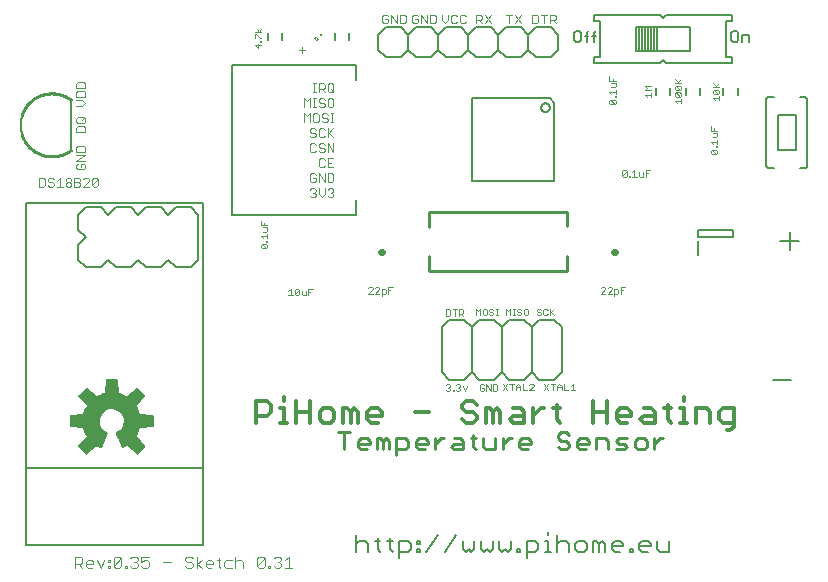
<source format=gbr>
G04 EAGLE Gerber RS-274X export*
G75*
%MOMM*%
%FSLAX34Y34*%
%LPD*%
%INSilkscreen Top*%
%IPPOS*%
%AMOC8*
5,1,8,0,0,1.08239X$1,22.5*%
G01*
%ADD10C,0.076200*%
%ADD11C,0.101600*%
%ADD12C,0.127000*%
%ADD13C,0.279400*%
%ADD14C,0.330200*%
%ADD15C,0.203200*%
%ADD16C,0.020319*%
%ADD17C,0.152400*%
%ADD18C,0.558800*%
%ADD19C,0.063400*%
%ADD20C,0.250000*%
%ADD21C,0.200000*%
%ADD22C,0.254000*%

G36*
X120058Y101861D02*
X120058Y101861D01*
X120166Y101871D01*
X120179Y101877D01*
X120193Y101879D01*
X120290Y101927D01*
X120389Y101972D01*
X120402Y101983D01*
X120411Y101987D01*
X120426Y102003D01*
X120503Y102065D01*
X126535Y108097D01*
X126585Y108168D01*
X126590Y108173D01*
X126592Y108176D01*
X126598Y108185D01*
X126664Y108271D01*
X126669Y108284D01*
X126677Y108296D01*
X126708Y108399D01*
X126744Y108502D01*
X126744Y108516D01*
X126748Y108529D01*
X126744Y108637D01*
X126745Y108746D01*
X126740Y108759D01*
X126740Y108773D01*
X126702Y108875D01*
X126667Y108977D01*
X126658Y108992D01*
X126654Y109001D01*
X126640Y109018D01*
X126586Y109100D01*
X119732Y117506D01*
X120770Y119392D01*
X120778Y119414D01*
X120806Y119466D01*
X121823Y121922D01*
X121829Y121945D01*
X121851Y122000D01*
X122450Y124068D01*
X133240Y125165D01*
X133344Y125193D01*
X133450Y125218D01*
X133462Y125225D01*
X133475Y125228D01*
X133565Y125289D01*
X133658Y125346D01*
X133666Y125357D01*
X133678Y125365D01*
X133744Y125451D01*
X133813Y125535D01*
X133817Y125548D01*
X133826Y125559D01*
X133860Y125662D01*
X133899Y125763D01*
X133900Y125781D01*
X133904Y125790D01*
X133904Y125812D01*
X133913Y125910D01*
X133913Y134440D01*
X133896Y134547D01*
X133882Y134655D01*
X133876Y134667D01*
X133874Y134681D01*
X133822Y134777D01*
X133775Y134874D01*
X133765Y134884D01*
X133759Y134896D01*
X133679Y134970D01*
X133603Y135047D01*
X133591Y135053D01*
X133581Y135063D01*
X133482Y135108D01*
X133385Y135156D01*
X133367Y135160D01*
X133358Y135164D01*
X133337Y135166D01*
X133240Y135185D01*
X122450Y136282D01*
X121851Y138350D01*
X121840Y138371D01*
X121823Y138428D01*
X121030Y140344D01*
X120806Y140884D01*
X120793Y140904D01*
X120770Y140958D01*
X119732Y142844D01*
X126586Y151250D01*
X126640Y151344D01*
X126697Y151436D01*
X126700Y151449D01*
X126707Y151461D01*
X126728Y151568D01*
X126753Y151673D01*
X126751Y151687D01*
X126754Y151701D01*
X126739Y151808D01*
X126729Y151916D01*
X126723Y151929D01*
X126721Y151943D01*
X126673Y152040D01*
X126628Y152139D01*
X126617Y152152D01*
X126613Y152161D01*
X126597Y152176D01*
X126535Y152253D01*
X120503Y158285D01*
X120415Y158348D01*
X120329Y158414D01*
X120316Y158419D01*
X120304Y158427D01*
X120201Y158458D01*
X120098Y158494D01*
X120084Y158494D01*
X120071Y158498D01*
X119963Y158494D01*
X119854Y158495D01*
X119841Y158490D01*
X119827Y158490D01*
X119725Y158452D01*
X119623Y158417D01*
X119608Y158408D01*
X119599Y158404D01*
X119582Y158390D01*
X119500Y158336D01*
X111094Y151482D01*
X109208Y152520D01*
X109186Y152528D01*
X109134Y152556D01*
X106678Y153573D01*
X106655Y153579D01*
X106600Y153601D01*
X104532Y154200D01*
X103435Y164990D01*
X103407Y165094D01*
X103382Y165200D01*
X103375Y165212D01*
X103372Y165225D01*
X103311Y165315D01*
X103254Y165408D01*
X103243Y165416D01*
X103235Y165428D01*
X103149Y165494D01*
X103065Y165563D01*
X103052Y165567D01*
X103041Y165576D01*
X102938Y165610D01*
X102837Y165649D01*
X102819Y165650D01*
X102810Y165654D01*
X102788Y165654D01*
X102690Y165663D01*
X94160Y165663D01*
X94053Y165646D01*
X93945Y165632D01*
X93933Y165626D01*
X93919Y165624D01*
X93823Y165572D01*
X93726Y165525D01*
X93716Y165515D01*
X93704Y165509D01*
X93630Y165429D01*
X93553Y165353D01*
X93547Y165341D01*
X93537Y165331D01*
X93492Y165232D01*
X93444Y165135D01*
X93440Y165117D01*
X93436Y165108D01*
X93434Y165087D01*
X93415Y164990D01*
X92318Y154200D01*
X90250Y153601D01*
X90229Y153590D01*
X90172Y153573D01*
X87716Y152556D01*
X87696Y152543D01*
X87642Y152520D01*
X85756Y151482D01*
X77350Y158336D01*
X77256Y158390D01*
X77164Y158447D01*
X77151Y158450D01*
X77139Y158457D01*
X77032Y158478D01*
X76927Y158503D01*
X76913Y158501D01*
X76899Y158504D01*
X76792Y158489D01*
X76684Y158479D01*
X76671Y158473D01*
X76658Y158471D01*
X76560Y158423D01*
X76461Y158378D01*
X76448Y158367D01*
X76439Y158363D01*
X76424Y158347D01*
X76347Y158285D01*
X70315Y152253D01*
X70252Y152165D01*
X70186Y152079D01*
X70181Y152066D01*
X70173Y152054D01*
X70142Y151951D01*
X70106Y151848D01*
X70106Y151834D01*
X70102Y151821D01*
X70106Y151713D01*
X70105Y151604D01*
X70110Y151591D01*
X70110Y151577D01*
X70148Y151475D01*
X70183Y151373D01*
X70192Y151358D01*
X70196Y151349D01*
X70210Y151332D01*
X70264Y151250D01*
X77118Y142844D01*
X76080Y140958D01*
X76072Y140936D01*
X76044Y140884D01*
X75027Y138428D01*
X75021Y138405D01*
X74999Y138350D01*
X74400Y136282D01*
X63610Y135185D01*
X63506Y135157D01*
X63400Y135132D01*
X63388Y135125D01*
X63375Y135122D01*
X63285Y135061D01*
X63192Y135004D01*
X63184Y134993D01*
X63172Y134985D01*
X63106Y134899D01*
X63038Y134815D01*
X63033Y134802D01*
X63024Y134791D01*
X62990Y134688D01*
X62951Y134587D01*
X62950Y134569D01*
X62946Y134560D01*
X62947Y134538D01*
X62937Y134440D01*
X62937Y125910D01*
X62954Y125803D01*
X62968Y125695D01*
X62974Y125683D01*
X62976Y125669D01*
X63028Y125573D01*
X63075Y125476D01*
X63085Y125466D01*
X63091Y125454D01*
X63171Y125380D01*
X63247Y125303D01*
X63259Y125297D01*
X63270Y125287D01*
X63368Y125242D01*
X63465Y125194D01*
X63483Y125190D01*
X63492Y125186D01*
X63513Y125184D01*
X63610Y125165D01*
X74400Y124068D01*
X74999Y122000D01*
X75010Y121979D01*
X75027Y121922D01*
X75082Y121789D01*
X76013Y119542D01*
X76013Y119541D01*
X76044Y119466D01*
X76057Y119446D01*
X76080Y119392D01*
X77118Y117506D01*
X70264Y109100D01*
X70210Y109006D01*
X70153Y108914D01*
X70150Y108901D01*
X70143Y108889D01*
X70122Y108782D01*
X70097Y108677D01*
X70099Y108663D01*
X70096Y108649D01*
X70111Y108542D01*
X70121Y108434D01*
X70127Y108421D01*
X70129Y108408D01*
X70177Y108310D01*
X70222Y108211D01*
X70233Y108198D01*
X70237Y108189D01*
X70253Y108174D01*
X70315Y108097D01*
X76347Y102065D01*
X76435Y102002D01*
X76521Y101936D01*
X76534Y101931D01*
X76546Y101923D01*
X76649Y101892D01*
X76752Y101856D01*
X76766Y101856D01*
X76779Y101852D01*
X76887Y101856D01*
X76996Y101855D01*
X77009Y101860D01*
X77023Y101860D01*
X77125Y101898D01*
X77227Y101933D01*
X77242Y101942D01*
X77251Y101946D01*
X77268Y101960D01*
X77350Y102014D01*
X85750Y108863D01*
X87037Y108131D01*
X87056Y108124D01*
X87092Y108103D01*
X88901Y107264D01*
X88939Y107254D01*
X88975Y107235D01*
X89056Y107221D01*
X89136Y107199D01*
X89176Y107201D01*
X89215Y107195D01*
X89297Y107208D01*
X89380Y107213D01*
X89417Y107228D01*
X89456Y107234D01*
X89529Y107273D01*
X89606Y107304D01*
X89636Y107330D01*
X89672Y107349D01*
X89728Y107409D01*
X89791Y107463D01*
X89811Y107498D01*
X89839Y107527D01*
X89908Y107657D01*
X94931Y119783D01*
X94957Y119895D01*
X94986Y120007D01*
X94985Y120014D01*
X94987Y120021D01*
X94975Y120135D01*
X94966Y120250D01*
X94964Y120256D01*
X94963Y120264D01*
X94915Y120368D01*
X94870Y120474D01*
X94865Y120479D01*
X94862Y120486D01*
X94784Y120570D01*
X94707Y120655D01*
X94699Y120660D01*
X94695Y120664D01*
X94682Y120671D01*
X94583Y120736D01*
X93005Y121551D01*
X91637Y122580D01*
X90461Y123824D01*
X89510Y125248D01*
X88810Y126811D01*
X88383Y128469D01*
X88239Y130171D01*
X88419Y132077D01*
X88950Y133912D01*
X89814Y135615D01*
X90981Y137127D01*
X92410Y138394D01*
X94050Y139373D01*
X95845Y140028D01*
X97730Y140336D01*
X99639Y140288D01*
X101506Y139883D01*
X103264Y139137D01*
X104852Y138076D01*
X106215Y136737D01*
X107303Y135167D01*
X108079Y133422D01*
X108515Y131562D01*
X108597Y129654D01*
X108321Y127764D01*
X107696Y125959D01*
X106746Y124302D01*
X105503Y122851D01*
X104011Y121659D01*
X102261Y120732D01*
X102172Y120665D01*
X102082Y120600D01*
X102075Y120591D01*
X102066Y120585D01*
X102004Y120492D01*
X101939Y120402D01*
X101936Y120391D01*
X101930Y120382D01*
X101901Y120275D01*
X101868Y120169D01*
X101869Y120158D01*
X101866Y120147D01*
X101872Y120035D01*
X101876Y119925D01*
X101880Y119911D01*
X101881Y119903D01*
X101888Y119885D01*
X101919Y119783D01*
X102329Y118792D01*
X103260Y116545D01*
X103260Y116544D01*
X104191Y114297D01*
X104192Y114297D01*
X105123Y112049D01*
X106054Y109801D01*
X106942Y107657D01*
X106963Y107623D01*
X106976Y107586D01*
X107027Y107520D01*
X107071Y107450D01*
X107102Y107425D01*
X107126Y107393D01*
X107195Y107348D01*
X107259Y107295D01*
X107297Y107281D01*
X107330Y107259D01*
X107410Y107238D01*
X107488Y107209D01*
X107528Y107208D01*
X107566Y107198D01*
X107649Y107204D01*
X107731Y107201D01*
X107770Y107213D01*
X107810Y107216D01*
X107949Y107264D01*
X109758Y108103D01*
X109774Y108114D01*
X109813Y108131D01*
X111100Y108863D01*
X119500Y102014D01*
X119594Y101960D01*
X119686Y101903D01*
X119699Y101900D01*
X119711Y101893D01*
X119818Y101872D01*
X119923Y101847D01*
X119937Y101849D01*
X119951Y101846D01*
X120058Y101861D01*
G37*
D10*
X69675Y348196D02*
X68447Y346967D01*
X68447Y344510D01*
X69675Y343281D01*
X74590Y343281D01*
X75819Y344510D01*
X75819Y346967D01*
X74590Y348196D01*
X72133Y348196D01*
X72133Y345738D01*
X75819Y350765D02*
X68447Y350765D01*
X75819Y355680D01*
X68447Y355680D01*
X68447Y358249D02*
X75819Y358249D01*
X75819Y361935D01*
X74590Y363164D01*
X69675Y363164D01*
X68447Y361935D01*
X68447Y358249D01*
X68447Y397256D02*
X73362Y397256D01*
X75819Y399713D01*
X73362Y402171D01*
X68447Y402171D01*
X68447Y404740D02*
X75819Y404740D01*
X75819Y408426D01*
X74590Y409655D01*
X69675Y409655D01*
X68447Y408426D01*
X68447Y404740D01*
X68447Y412224D02*
X75819Y412224D01*
X75819Y415910D01*
X74590Y417139D01*
X69675Y417139D01*
X68447Y415910D01*
X68447Y412224D01*
D11*
X356492Y474351D02*
X357678Y473165D01*
X356492Y474351D02*
X354119Y474351D01*
X352933Y473165D01*
X352933Y468419D01*
X354119Y467233D01*
X356492Y467233D01*
X357678Y468419D01*
X357678Y470792D01*
X355306Y470792D01*
X360417Y467233D02*
X360417Y474351D01*
X365163Y467233D01*
X365163Y474351D01*
X367901Y474351D02*
X367901Y467233D01*
X371460Y467233D01*
X372647Y468419D01*
X372647Y473165D01*
X371460Y474351D01*
X367901Y474351D01*
X454533Y474351D02*
X454533Y467233D01*
X458092Y467233D01*
X459278Y468419D01*
X459278Y473165D01*
X458092Y474351D01*
X454533Y474351D01*
X464390Y474351D02*
X464390Y467233D01*
X462017Y474351D02*
X466763Y474351D01*
X469501Y474351D02*
X469501Y467233D01*
X469501Y474351D02*
X473060Y474351D01*
X474247Y473165D01*
X474247Y470792D01*
X473060Y469606D01*
X469501Y469606D01*
X471874Y469606D02*
X474247Y467233D01*
X434681Y467233D02*
X434681Y474351D01*
X437053Y474351D02*
X432308Y474351D01*
X439792Y474351D02*
X444538Y467233D01*
X439792Y467233D02*
X444538Y474351D01*
X332278Y473165D02*
X331092Y474351D01*
X328719Y474351D01*
X327533Y473165D01*
X327533Y468419D01*
X328719Y467233D01*
X331092Y467233D01*
X332278Y468419D01*
X332278Y470792D01*
X329906Y470792D01*
X335017Y467233D02*
X335017Y474351D01*
X339763Y467233D01*
X339763Y474351D01*
X342501Y474351D02*
X342501Y467233D01*
X346060Y467233D01*
X347247Y468419D01*
X347247Y473165D01*
X346060Y474351D01*
X342501Y474351D01*
X406908Y474351D02*
X406908Y467233D01*
X406908Y474351D02*
X410467Y474351D01*
X411653Y473165D01*
X411653Y470792D01*
X410467Y469606D01*
X406908Y469606D01*
X409281Y469606D02*
X411653Y467233D01*
X419138Y467233D02*
X414392Y474351D01*
X419138Y474351D02*
X414392Y467233D01*
X378333Y469606D02*
X378333Y474351D01*
X378333Y469606D02*
X380706Y467233D01*
X383078Y469606D01*
X383078Y474351D01*
X389376Y474351D02*
X390563Y473165D01*
X389376Y474351D02*
X387004Y474351D01*
X385817Y473165D01*
X385817Y468419D01*
X387004Y467233D01*
X389376Y467233D01*
X390563Y468419D01*
X396860Y474351D02*
X398047Y473165D01*
X396860Y474351D02*
X394488Y474351D01*
X393301Y473165D01*
X393301Y468419D01*
X394488Y467233D01*
X396860Y467233D01*
X398047Y468419D01*
D10*
X67277Y15502D02*
X67277Y6096D01*
X67277Y15502D02*
X71980Y15502D01*
X73548Y13934D01*
X73548Y10799D01*
X71980Y9231D01*
X67277Y9231D01*
X70412Y9231D02*
X73548Y6096D01*
X78200Y6096D02*
X81335Y6096D01*
X78200Y6096D02*
X76632Y7664D01*
X76632Y10799D01*
X78200Y12367D01*
X81335Y12367D01*
X82903Y10799D01*
X82903Y9231D01*
X76632Y9231D01*
X85987Y12367D02*
X89123Y6096D01*
X92258Y12367D01*
X95343Y12367D02*
X96910Y12367D01*
X96910Y10799D01*
X95343Y10799D01*
X95343Y12367D01*
X95343Y7664D02*
X96910Y7664D01*
X96910Y6096D01*
X95343Y6096D01*
X95343Y7664D01*
X100020Y7664D02*
X100020Y13934D01*
X101588Y15502D01*
X104723Y15502D01*
X106291Y13934D01*
X106291Y7664D01*
X104723Y6096D01*
X101588Y6096D01*
X100020Y7664D01*
X106291Y13934D01*
X109375Y7664D02*
X109375Y6096D01*
X109375Y7664D02*
X110943Y7664D01*
X110943Y6096D01*
X109375Y6096D01*
X114053Y13934D02*
X115621Y15502D01*
X118756Y15502D01*
X120324Y13934D01*
X120324Y12367D01*
X118756Y10799D01*
X117188Y10799D01*
X118756Y10799D02*
X120324Y9231D01*
X120324Y7664D01*
X118756Y6096D01*
X115621Y6096D01*
X114053Y7664D01*
X123408Y15502D02*
X129679Y15502D01*
X123408Y15502D02*
X123408Y10799D01*
X126544Y12367D01*
X128111Y12367D01*
X129679Y10799D01*
X129679Y7664D01*
X128111Y6096D01*
X124976Y6096D01*
X123408Y7664D01*
X142119Y10799D02*
X148389Y10799D01*
X165532Y15502D02*
X167100Y13934D01*
X165532Y15502D02*
X162397Y15502D01*
X160829Y13934D01*
X160829Y12367D01*
X162397Y10799D01*
X165532Y10799D01*
X167100Y9231D01*
X167100Y7664D01*
X165532Y6096D01*
X162397Y6096D01*
X160829Y7664D01*
X170184Y6096D02*
X170184Y15502D01*
X170184Y9231D02*
X174887Y6096D01*
X170184Y9231D02*
X174887Y12367D01*
X179548Y6096D02*
X182683Y6096D01*
X179548Y6096D02*
X177980Y7664D01*
X177980Y10799D01*
X179548Y12367D01*
X182683Y12367D01*
X184251Y10799D01*
X184251Y9231D01*
X177980Y9231D01*
X188903Y7664D02*
X188903Y13934D01*
X188903Y7664D02*
X190471Y6096D01*
X190471Y12367D02*
X187335Y12367D01*
X195140Y12367D02*
X199843Y12367D01*
X195140Y12367D02*
X193572Y10799D01*
X193572Y7664D01*
X195140Y6096D01*
X199843Y6096D01*
X202927Y6096D02*
X202927Y15502D01*
X204495Y12367D02*
X202927Y10799D01*
X204495Y12367D02*
X207630Y12367D01*
X209198Y10799D01*
X209198Y6096D01*
X221638Y7664D02*
X221638Y13934D01*
X223205Y15502D01*
X226341Y15502D01*
X227908Y13934D01*
X227908Y7664D01*
X226341Y6096D01*
X223205Y6096D01*
X221638Y7664D01*
X227908Y13934D01*
X230993Y7664D02*
X230993Y6096D01*
X230993Y7664D02*
X232561Y7664D01*
X232561Y6096D01*
X230993Y6096D01*
X235670Y13934D02*
X237238Y15502D01*
X240373Y15502D01*
X241941Y13934D01*
X241941Y12367D01*
X240373Y10799D01*
X238806Y10799D01*
X240373Y10799D02*
X241941Y9231D01*
X241941Y7664D01*
X240373Y6096D01*
X237238Y6096D01*
X235670Y7664D01*
X245026Y12367D02*
X248161Y15502D01*
X248161Y6096D01*
X245026Y6096D02*
X251296Y6096D01*
D12*
X491068Y460383D02*
X494034Y460383D01*
X491068Y460383D02*
X489585Y458900D01*
X489585Y452968D01*
X491068Y451485D01*
X494034Y451485D01*
X495517Y452968D01*
X495517Y458900D01*
X494034Y460383D01*
X500423Y458900D02*
X500423Y451485D01*
X500423Y458900D02*
X501906Y460383D01*
X501906Y455934D02*
X498940Y455934D01*
X506660Y458900D02*
X506660Y451485D01*
X506660Y458900D02*
X508143Y460383D01*
X508143Y455934D02*
X505177Y455934D01*
X624418Y460383D02*
X627384Y460383D01*
X624418Y460383D02*
X622935Y458900D01*
X622935Y452968D01*
X624418Y451485D01*
X627384Y451485D01*
X628867Y452968D01*
X628867Y458900D01*
X627384Y460383D01*
X632290Y457417D02*
X632290Y451485D01*
X632290Y457417D02*
X636739Y457417D01*
X638222Y455934D01*
X638222Y451485D01*
D13*
X295322Y121171D02*
X295322Y106172D01*
X290322Y121171D02*
X300321Y121171D01*
X309193Y106172D02*
X314193Y106172D01*
X309193Y106172D02*
X306694Y108672D01*
X306694Y113671D01*
X309193Y116171D01*
X314193Y116171D01*
X316693Y113671D01*
X316693Y111172D01*
X306694Y111172D01*
X323065Y106172D02*
X323065Y116171D01*
X325565Y116171D01*
X328065Y113671D01*
X328065Y106172D01*
X328065Y113671D02*
X330565Y116171D01*
X333064Y113671D01*
X333064Y106172D01*
X339437Y101172D02*
X339437Y116171D01*
X346936Y116171D01*
X349436Y113671D01*
X349436Y108672D01*
X346936Y106172D01*
X339437Y106172D01*
X358308Y106172D02*
X363308Y106172D01*
X358308Y106172D02*
X355808Y108672D01*
X355808Y113671D01*
X358308Y116171D01*
X363308Y116171D01*
X365807Y113671D01*
X365807Y111172D01*
X355808Y111172D01*
X372180Y106172D02*
X372180Y116171D01*
X372180Y111172D02*
X377179Y116171D01*
X379679Y116171D01*
X388323Y116171D02*
X393322Y116171D01*
X395822Y113671D01*
X395822Y106172D01*
X388323Y106172D01*
X385823Y108672D01*
X388323Y111172D01*
X395822Y111172D01*
X404694Y108672D02*
X404694Y118671D01*
X404694Y108672D02*
X407194Y106172D01*
X407194Y116171D02*
X402194Y116171D01*
X413109Y116171D02*
X413109Y108672D01*
X415609Y106172D01*
X423108Y106172D01*
X423108Y116171D01*
X429480Y116171D02*
X429480Y106172D01*
X429480Y111172D02*
X434480Y116171D01*
X436980Y116171D01*
X445623Y106172D02*
X450623Y106172D01*
X445623Y106172D02*
X443123Y108672D01*
X443123Y113671D01*
X445623Y116171D01*
X450623Y116171D01*
X453122Y113671D01*
X453122Y111172D01*
X443123Y111172D01*
X483366Y121171D02*
X485866Y118671D01*
X483366Y121171D02*
X478366Y121171D01*
X475866Y118671D01*
X475866Y116171D01*
X478366Y113671D01*
X483366Y113671D01*
X485866Y111172D01*
X485866Y108672D01*
X483366Y106172D01*
X478366Y106172D01*
X475866Y108672D01*
X494738Y106172D02*
X499737Y106172D01*
X494738Y106172D02*
X492238Y108672D01*
X492238Y113671D01*
X494738Y116171D01*
X499737Y116171D01*
X502237Y113671D01*
X502237Y111172D01*
X492238Y111172D01*
X508610Y106172D02*
X508610Y116171D01*
X516109Y116171D01*
X518609Y113671D01*
X518609Y106172D01*
X524981Y106172D02*
X532480Y106172D01*
X534980Y108672D01*
X532480Y111172D01*
X527481Y111172D01*
X524981Y113671D01*
X527481Y116171D01*
X534980Y116171D01*
X543852Y106172D02*
X548852Y106172D01*
X551352Y108672D01*
X551352Y113671D01*
X548852Y116171D01*
X543852Y116171D01*
X541353Y113671D01*
X541353Y108672D01*
X543852Y106172D01*
X557724Y106172D02*
X557724Y116171D01*
X557724Y111172D02*
X562724Y116171D01*
X565224Y116171D01*
D14*
X220726Y128651D02*
X220726Y147209D01*
X230005Y147209D01*
X233098Y144116D01*
X233098Y137930D01*
X230005Y134837D01*
X220726Y134837D01*
X240840Y141023D02*
X243933Y141023D01*
X243933Y128651D01*
X240840Y128651D02*
X247026Y128651D01*
X243933Y147209D02*
X243933Y150302D01*
X254249Y147209D02*
X254249Y128651D01*
X254249Y137930D02*
X266621Y137930D01*
X266621Y147209D02*
X266621Y128651D01*
X277455Y128651D02*
X283641Y128651D01*
X286734Y131744D01*
X286734Y137930D01*
X283641Y141023D01*
X277455Y141023D01*
X274362Y137930D01*
X274362Y131744D01*
X277455Y128651D01*
X294476Y128651D02*
X294476Y141023D01*
X297569Y141023D01*
X300662Y137930D01*
X300662Y128651D01*
X300662Y137930D02*
X303755Y141023D01*
X306848Y137930D01*
X306848Y128651D01*
X317683Y128651D02*
X323869Y128651D01*
X317683Y128651D02*
X314590Y131744D01*
X314590Y137930D01*
X317683Y141023D01*
X323869Y141023D01*
X326962Y137930D01*
X326962Y134837D01*
X314590Y134837D01*
X354817Y137930D02*
X367189Y137930D01*
X404323Y147209D02*
X407416Y144116D01*
X404323Y147209D02*
X398137Y147209D01*
X395044Y144116D01*
X395044Y141023D01*
X398137Y137930D01*
X404323Y137930D01*
X407416Y134837D01*
X407416Y131744D01*
X404323Y128651D01*
X398137Y128651D01*
X395044Y131744D01*
X415158Y128651D02*
X415158Y141023D01*
X418251Y141023D01*
X421344Y137930D01*
X421344Y128651D01*
X421344Y137930D02*
X424437Y141023D01*
X427530Y137930D01*
X427530Y128651D01*
X438365Y141023D02*
X444551Y141023D01*
X447644Y137930D01*
X447644Y128651D01*
X438365Y128651D01*
X435272Y131744D01*
X438365Y134837D01*
X447644Y134837D01*
X455385Y128651D02*
X455385Y141023D01*
X455385Y134837D02*
X461571Y141023D01*
X464664Y141023D01*
X475240Y144116D02*
X475240Y131744D01*
X478333Y128651D01*
X478333Y141023D02*
X472147Y141023D01*
X505669Y147209D02*
X505669Y128651D01*
X505669Y137930D02*
X518041Y137930D01*
X518041Y147209D02*
X518041Y128651D01*
X528876Y128651D02*
X535062Y128651D01*
X528876Y128651D02*
X525783Y131744D01*
X525783Y137930D01*
X528876Y141023D01*
X535062Y141023D01*
X538155Y137930D01*
X538155Y134837D01*
X525783Y134837D01*
X548990Y141023D02*
X555176Y141023D01*
X558269Y137930D01*
X558269Y128651D01*
X548990Y128651D01*
X545897Y131744D01*
X548990Y134837D01*
X558269Y134837D01*
X569103Y131744D02*
X569103Y144116D01*
X569103Y131744D02*
X572196Y128651D01*
X572196Y141023D02*
X566010Y141023D01*
X579420Y141023D02*
X582512Y141023D01*
X582512Y128651D01*
X579420Y128651D02*
X585605Y128651D01*
X582512Y147209D02*
X582512Y150302D01*
X592829Y141023D02*
X592829Y128651D01*
X592829Y141023D02*
X602108Y141023D01*
X605201Y137930D01*
X605201Y128651D01*
X619128Y122465D02*
X622221Y122465D01*
X625314Y125558D01*
X625314Y141023D01*
X616035Y141023D01*
X612942Y137930D01*
X612942Y131744D01*
X616035Y128651D01*
X625314Y128651D01*
D10*
X36892Y328803D02*
X36892Y336175D01*
X36892Y328803D02*
X40578Y328803D01*
X41807Y330032D01*
X41807Y334947D01*
X40578Y336175D01*
X36892Y336175D01*
X48062Y336175D02*
X49291Y334947D01*
X48062Y336175D02*
X45605Y336175D01*
X44376Y334947D01*
X44376Y333718D01*
X45605Y332489D01*
X48062Y332489D01*
X49291Y331260D01*
X49291Y330032D01*
X48062Y328803D01*
X45605Y328803D01*
X44376Y330032D01*
X51860Y333718D02*
X54318Y336175D01*
X54318Y328803D01*
X56775Y328803D02*
X51860Y328803D01*
X59344Y334947D02*
X60573Y336175D01*
X63031Y336175D01*
X64259Y334947D01*
X64259Y333718D01*
X63031Y332489D01*
X64259Y331260D01*
X64259Y330032D01*
X63031Y328803D01*
X60573Y328803D01*
X59344Y330032D01*
X59344Y331260D01*
X60573Y332489D01*
X59344Y333718D01*
X59344Y334947D01*
X60573Y332489D02*
X63031Y332489D01*
X66829Y328803D02*
X66829Y336175D01*
X70515Y336175D01*
X71743Y334947D01*
X71743Y333718D01*
X70515Y332489D01*
X71743Y331260D01*
X71743Y330032D01*
X70515Y328803D01*
X66829Y328803D01*
X66829Y332489D02*
X70515Y332489D01*
X74313Y328803D02*
X79228Y328803D01*
X74313Y328803D02*
X79228Y333718D01*
X79228Y334947D01*
X77999Y336175D01*
X75541Y336175D01*
X74313Y334947D01*
X81797Y334947D02*
X81797Y330032D01*
X81797Y334947D02*
X83026Y336175D01*
X85483Y336175D01*
X86712Y334947D01*
X86712Y330032D01*
X85483Y328803D01*
X83026Y328803D01*
X81797Y330032D01*
X86712Y334947D01*
X75819Y375031D02*
X68447Y375031D01*
X75819Y375031D02*
X75819Y378717D01*
X74590Y379946D01*
X69675Y379946D01*
X68447Y378717D01*
X68447Y375031D01*
X69675Y382515D02*
X74590Y382515D01*
X69675Y382515D02*
X68447Y383744D01*
X68447Y386201D01*
X69675Y387430D01*
X74590Y387430D01*
X75819Y386201D01*
X75819Y383744D01*
X74590Y382515D01*
X73362Y384973D02*
X75819Y387430D01*
X225358Y276606D02*
X228917Y276606D01*
X225358Y276606D02*
X224468Y277496D01*
X224468Y279275D01*
X225358Y280165D01*
X228917Y280165D01*
X229807Y279275D01*
X229807Y277496D01*
X228917Y276606D01*
X225358Y280165D01*
X228917Y282219D02*
X229807Y282219D01*
X228917Y282219D02*
X228917Y283109D01*
X229807Y283109D01*
X229807Y282219D01*
X226247Y285026D02*
X224468Y286805D01*
X229807Y286805D01*
X229807Y285026D02*
X229807Y288585D01*
X228917Y290639D02*
X226247Y290639D01*
X228917Y290639D02*
X229807Y291528D01*
X229807Y294198D01*
X226247Y294198D01*
X224468Y296252D02*
X229807Y296252D01*
X224468Y296252D02*
X224468Y299811D01*
X227137Y298031D02*
X227137Y296252D01*
X530747Y338075D02*
X530747Y341634D01*
X531637Y342524D01*
X533416Y342524D01*
X534306Y341634D01*
X534306Y338075D01*
X533416Y337185D01*
X531637Y337185D01*
X530747Y338075D01*
X534306Y341634D01*
X536360Y338075D02*
X536360Y337185D01*
X536360Y338075D02*
X537250Y338075D01*
X537250Y337185D01*
X536360Y337185D01*
X539167Y340744D02*
X540946Y342524D01*
X540946Y337185D01*
X539167Y337185D02*
X542726Y337185D01*
X544780Y338075D02*
X544780Y340744D01*
X544780Y338075D02*
X545669Y337185D01*
X548339Y337185D01*
X548339Y340744D01*
X550393Y342524D02*
X550393Y337185D01*
X550393Y342524D02*
X553952Y342524D01*
X552172Y339854D02*
X550393Y339854D01*
X249811Y242257D02*
X248031Y240478D01*
X249811Y242257D02*
X249811Y236919D01*
X251590Y236919D02*
X248031Y236919D01*
X253644Y237808D02*
X253644Y241367D01*
X254534Y242257D01*
X256313Y242257D01*
X257203Y241367D01*
X257203Y237808D01*
X256313Y236919D01*
X254534Y236919D01*
X253644Y237808D01*
X257203Y241367D01*
X259257Y240478D02*
X259257Y237808D01*
X260147Y236919D01*
X262816Y236919D01*
X262816Y240478D01*
X264870Y242257D02*
X264870Y236919D01*
X264870Y242257D02*
X268429Y242257D01*
X266650Y239588D02*
X264870Y239588D01*
X520633Y398844D02*
X524192Y398844D01*
X520633Y398844D02*
X519743Y399733D01*
X519743Y401513D01*
X520633Y402403D01*
X524192Y402403D01*
X525082Y401513D01*
X525082Y399733D01*
X524192Y398844D01*
X520633Y402403D01*
X524192Y404457D02*
X525082Y404457D01*
X524192Y404457D02*
X524192Y405346D01*
X525082Y405346D01*
X525082Y404457D01*
X521522Y407263D02*
X519743Y409043D01*
X525082Y409043D01*
X525082Y410822D02*
X525082Y407263D01*
X524192Y412876D02*
X521522Y412876D01*
X524192Y412876D02*
X525082Y413766D01*
X525082Y416435D01*
X521522Y416435D01*
X519743Y418489D02*
X525082Y418489D01*
X519743Y418489D02*
X519743Y422048D01*
X522412Y420269D02*
X522412Y418489D01*
X381381Y224795D02*
X381381Y219456D01*
X384050Y219456D01*
X384940Y220346D01*
X384940Y223905D01*
X384050Y224795D01*
X381381Y224795D01*
X388774Y224795D02*
X388774Y219456D01*
X386994Y224795D02*
X390553Y224795D01*
X392607Y224795D02*
X392607Y219456D01*
X392607Y224795D02*
X395276Y224795D01*
X396166Y223905D01*
X396166Y222125D01*
X395276Y221236D01*
X392607Y221236D01*
X394387Y221236D02*
X396166Y219456D01*
X406837Y219710D02*
X406837Y225049D01*
X408617Y223269D01*
X410396Y225049D01*
X410396Y219710D01*
X413340Y225049D02*
X415119Y225049D01*
X413340Y225049D02*
X412450Y224159D01*
X412450Y220600D01*
X413340Y219710D01*
X415119Y219710D01*
X416009Y220600D01*
X416009Y224159D01*
X415119Y225049D01*
X420733Y225049D02*
X421622Y224159D01*
X420733Y225049D02*
X418953Y225049D01*
X418063Y224159D01*
X418063Y223269D01*
X418953Y222379D01*
X420733Y222379D01*
X421622Y221490D01*
X421622Y220600D01*
X420733Y219710D01*
X418953Y219710D01*
X418063Y220600D01*
X423676Y219710D02*
X425456Y219710D01*
X424566Y219710D02*
X424566Y225049D01*
X423676Y225049D02*
X425456Y225049D01*
X432237Y225049D02*
X432237Y219710D01*
X434017Y223269D02*
X432237Y225049D01*
X434017Y223269D02*
X435796Y225049D01*
X435796Y219710D01*
X437850Y219710D02*
X439630Y219710D01*
X438740Y219710D02*
X438740Y225049D01*
X437850Y225049D02*
X439630Y225049D01*
X444262Y225049D02*
X445151Y224159D01*
X444262Y225049D02*
X442482Y225049D01*
X441592Y224159D01*
X441592Y223269D01*
X442482Y222379D01*
X444262Y222379D01*
X445151Y221490D01*
X445151Y220600D01*
X444262Y219710D01*
X442482Y219710D01*
X441592Y220600D01*
X448095Y225049D02*
X449875Y225049D01*
X448095Y225049D02*
X447205Y224159D01*
X447205Y220600D01*
X448095Y219710D01*
X449875Y219710D01*
X450764Y220600D01*
X450764Y224159D01*
X449875Y225049D01*
X460873Y225049D02*
X461763Y224159D01*
X460873Y225049D02*
X459094Y225049D01*
X458204Y224159D01*
X458204Y223269D01*
X459094Y222379D01*
X460873Y222379D01*
X461763Y221490D01*
X461763Y220600D01*
X460873Y219710D01*
X459094Y219710D01*
X458204Y220600D01*
X466487Y225049D02*
X467376Y224159D01*
X466487Y225049D02*
X464707Y225049D01*
X463817Y224159D01*
X463817Y220600D01*
X464707Y219710D01*
X466487Y219710D01*
X467376Y220600D01*
X469430Y219710D02*
X469430Y225049D01*
X469430Y221490D02*
X472989Y225049D01*
X470320Y222379D02*
X472989Y219710D01*
X464440Y161549D02*
X467999Y156210D01*
X464440Y156210D02*
X467999Y161549D01*
X471833Y161549D02*
X471833Y156210D01*
X470054Y161549D02*
X473613Y161549D01*
X475667Y159769D02*
X475667Y156210D01*
X475667Y159769D02*
X477446Y161549D01*
X479226Y159769D01*
X479226Y156210D01*
X479226Y158879D02*
X475667Y158879D01*
X481280Y161549D02*
X481280Y156210D01*
X484839Y156210D01*
X486893Y159769D02*
X488672Y161549D01*
X488672Y156210D01*
X486893Y156210D02*
X490452Y156210D01*
X433074Y156210D02*
X429515Y161549D01*
X433074Y161549D02*
X429515Y156210D01*
X436908Y156210D02*
X436908Y161549D01*
X435129Y161549D02*
X438688Y161549D01*
X440742Y159769D02*
X440742Y156210D01*
X440742Y159769D02*
X442521Y161549D01*
X444301Y159769D01*
X444301Y156210D01*
X444301Y158879D02*
X440742Y158879D01*
X446355Y161549D02*
X446355Y156210D01*
X449914Y156210D01*
X451968Y156210D02*
X455527Y156210D01*
X451968Y156210D02*
X455527Y159769D01*
X455527Y160659D01*
X454637Y161549D01*
X452858Y161549D01*
X451968Y160659D01*
X413515Y160405D02*
X412625Y161295D01*
X410846Y161295D01*
X409956Y160405D01*
X409956Y156846D01*
X410846Y155956D01*
X412625Y155956D01*
X413515Y156846D01*
X413515Y158625D01*
X411736Y158625D01*
X415569Y155956D02*
X415569Y161295D01*
X419128Y155956D01*
X419128Y161295D01*
X421182Y161295D02*
X421182Y155956D01*
X423851Y155956D01*
X424741Y156846D01*
X424741Y160405D01*
X423851Y161295D01*
X421182Y161295D01*
X382271Y161295D02*
X381381Y160405D01*
X382271Y161295D02*
X384050Y161295D01*
X384940Y160405D01*
X384940Y159515D01*
X384050Y158625D01*
X383161Y158625D01*
X384050Y158625D02*
X384940Y157736D01*
X384940Y156846D01*
X384050Y155956D01*
X382271Y155956D01*
X381381Y156846D01*
X386994Y156846D02*
X386994Y155956D01*
X386994Y156846D02*
X387884Y156846D01*
X387884Y155956D01*
X386994Y155956D01*
X389801Y160405D02*
X390690Y161295D01*
X392470Y161295D01*
X393360Y160405D01*
X393360Y159515D01*
X392470Y158625D01*
X391580Y158625D01*
X392470Y158625D02*
X393360Y157736D01*
X393360Y156846D01*
X392470Y155956D01*
X390690Y155956D01*
X389801Y156846D01*
X395414Y159515D02*
X397193Y155956D01*
X398973Y159515D01*
D15*
X658241Y165110D02*
X673833Y165110D01*
X680183Y282585D02*
X664591Y282585D01*
X672387Y290381D02*
X672387Y274789D01*
D11*
X259458Y441833D02*
X259458Y446578D01*
X257085Y444206D02*
X261831Y444206D01*
D15*
X305560Y33922D02*
X305560Y19177D01*
X305560Y26549D02*
X308017Y29007D01*
X312932Y29007D01*
X315389Y26549D01*
X315389Y19177D01*
X323453Y21634D02*
X323453Y31464D01*
X323453Y21634D02*
X325911Y19177D01*
X325911Y29007D02*
X320996Y29007D01*
X333744Y31464D02*
X333744Y21634D01*
X336201Y19177D01*
X336201Y29007D02*
X331286Y29007D01*
X341577Y29007D02*
X341577Y14262D01*
X341577Y29007D02*
X348949Y29007D01*
X351407Y26549D01*
X351407Y21634D01*
X348949Y19177D01*
X341577Y19177D01*
X357013Y29007D02*
X359471Y29007D01*
X359471Y26549D01*
X357013Y26549D01*
X357013Y29007D01*
X357013Y21634D02*
X359471Y21634D01*
X359471Y19177D01*
X357013Y19177D01*
X357013Y21634D01*
X364731Y19177D02*
X374561Y33922D01*
X389997Y33922D02*
X380167Y19177D01*
X395603Y21634D02*
X395603Y29007D01*
X395603Y21634D02*
X398061Y19177D01*
X400518Y21634D01*
X402976Y19177D01*
X405433Y21634D01*
X405433Y29007D01*
X411039Y29007D02*
X411039Y21634D01*
X413497Y19177D01*
X415954Y21634D01*
X418412Y19177D01*
X420869Y21634D01*
X420869Y29007D01*
X426476Y29007D02*
X426476Y21634D01*
X428933Y19177D01*
X431390Y21634D01*
X433848Y19177D01*
X436305Y21634D01*
X436305Y29007D01*
X441912Y21634D02*
X441912Y19177D01*
X441912Y21634D02*
X444369Y21634D01*
X444369Y19177D01*
X441912Y19177D01*
X449630Y14262D02*
X449630Y29007D01*
X457002Y29007D01*
X459459Y26549D01*
X459459Y21634D01*
X457002Y19177D01*
X449630Y19177D01*
X465066Y29007D02*
X467523Y29007D01*
X467523Y19177D01*
X465066Y19177D02*
X469981Y19177D01*
X467523Y33922D02*
X467523Y36379D01*
X475356Y33922D02*
X475356Y19177D01*
X475356Y26549D02*
X477814Y29007D01*
X482729Y29007D01*
X485186Y26549D01*
X485186Y19177D01*
X493250Y19177D02*
X498165Y19177D01*
X500622Y21634D01*
X500622Y26549D01*
X498165Y29007D01*
X493250Y29007D01*
X490792Y26549D01*
X490792Y21634D01*
X493250Y19177D01*
X506228Y19177D02*
X506228Y29007D01*
X508686Y29007D01*
X511143Y26549D01*
X511143Y19177D01*
X511143Y26549D02*
X513601Y29007D01*
X516058Y26549D01*
X516058Y19177D01*
X524122Y19177D02*
X529037Y19177D01*
X524122Y19177D02*
X521665Y21634D01*
X521665Y26549D01*
X524122Y29007D01*
X529037Y29007D01*
X531494Y26549D01*
X531494Y24092D01*
X521665Y24092D01*
X537101Y21634D02*
X537101Y19177D01*
X537101Y21634D02*
X539558Y21634D01*
X539558Y19177D01*
X537101Y19177D01*
X547276Y19177D02*
X552191Y19177D01*
X547276Y19177D02*
X544819Y21634D01*
X544819Y26549D01*
X547276Y29007D01*
X552191Y29007D01*
X554648Y26549D01*
X554648Y24092D01*
X544819Y24092D01*
X560255Y21634D02*
X560255Y29007D01*
X560255Y21634D02*
X562712Y19177D01*
X570084Y19177D01*
X570084Y29007D01*
D12*
X175260Y90170D02*
X175260Y315214D01*
X175260Y90170D02*
X175260Y25146D01*
X25400Y25146D01*
X25400Y90170D01*
X25400Y315214D01*
X175260Y315214D01*
X165100Y311150D02*
X171450Y304800D01*
X171450Y266700D01*
X165100Y260350D01*
X152400Y260350D01*
X146050Y266700D01*
X139700Y260350D01*
X127000Y260350D01*
X120650Y266700D01*
X114300Y260350D01*
X101600Y260350D01*
X95250Y266700D01*
X88900Y260350D01*
X76200Y260350D01*
X69850Y266700D01*
X69850Y279400D01*
X76200Y285750D01*
X69850Y292100D01*
X69850Y304800D01*
X76200Y311150D01*
X88900Y311150D01*
X95250Y304800D01*
X101600Y311150D01*
X114300Y311150D01*
X120650Y304800D01*
X127000Y311150D01*
X139700Y311150D01*
X146050Y304800D01*
X152400Y311150D01*
X165100Y311150D01*
X175260Y90170D02*
X25400Y90170D01*
D16*
X21297Y372771D02*
X23044Y373310D01*
X23239Y372711D01*
X23449Y372118D01*
X23673Y371529D01*
X23912Y370947D01*
X24165Y370370D01*
X24432Y369800D01*
X24712Y369236D01*
X25007Y368680D01*
X25315Y368131D01*
X25636Y367589D01*
X25970Y367056D01*
X26318Y366531D01*
X26678Y366014D01*
X27050Y365506D01*
X27435Y365008D01*
X27832Y364519D01*
X28241Y364041D01*
X28661Y363572D01*
X29093Y363114D01*
X29535Y362666D01*
X29989Y362229D01*
X30453Y361804D01*
X30927Y361390D01*
X31412Y360988D01*
X31906Y360597D01*
X32409Y360219D01*
X32922Y359853D01*
X33443Y359500D01*
X33973Y359160D01*
X34510Y358833D01*
X35056Y358519D01*
X35609Y358218D01*
X36170Y357932D01*
X36737Y357658D01*
X37311Y357399D01*
X37891Y357154D01*
X38477Y356923D01*
X39068Y356707D01*
X39664Y356505D01*
X40265Y356318D01*
X40871Y356145D01*
X41480Y355988D01*
X42094Y355845D01*
X42710Y355717D01*
X43330Y355605D01*
X43952Y355507D01*
X44576Y355425D01*
X45202Y355358D01*
X45829Y355307D01*
X46458Y355270D01*
X47087Y355250D01*
X47717Y355244D01*
X48346Y355254D01*
X48975Y355279D01*
X49603Y355320D01*
X50231Y355376D01*
X50856Y355447D01*
X51480Y355534D01*
X52101Y355636D01*
X52720Y355753D01*
X53335Y355885D01*
X53947Y356032D01*
X54556Y356194D01*
X55160Y356371D01*
X55760Y356562D01*
X56355Y356769D01*
X56944Y356989D01*
X57528Y357224D01*
X58107Y357473D01*
X58679Y357737D01*
X59244Y358014D01*
X59802Y358304D01*
X60353Y358609D01*
X60897Y358927D01*
X61432Y359258D01*
X61960Y359602D01*
X62478Y359958D01*
X62988Y360328D01*
X63489Y360710D01*
X64621Y359274D01*
X64621Y359273D01*
X64085Y358864D01*
X63539Y358468D01*
X62983Y358086D01*
X62418Y357717D01*
X61845Y357362D01*
X61263Y357022D01*
X60672Y356696D01*
X60074Y356384D01*
X59469Y356087D01*
X58856Y355805D01*
X58237Y355538D01*
X57611Y355286D01*
X56979Y355049D01*
X56342Y354828D01*
X55699Y354623D01*
X55052Y354434D01*
X54400Y354260D01*
X53745Y354102D01*
X53085Y353961D01*
X52422Y353835D01*
X51757Y353726D01*
X51089Y353633D01*
X50419Y353557D01*
X49747Y353497D01*
X49074Y353453D01*
X48400Y353426D01*
X47725Y353415D01*
X47051Y353421D01*
X46377Y353443D01*
X45703Y353482D01*
X45031Y353537D01*
X44361Y353609D01*
X43692Y353697D01*
X43025Y353801D01*
X42362Y353922D01*
X41701Y354059D01*
X41044Y354211D01*
X40391Y354380D01*
X39743Y354565D01*
X39099Y354766D01*
X38460Y354982D01*
X37827Y355214D01*
X37199Y355461D01*
X36578Y355724D01*
X35963Y356001D01*
X35355Y356294D01*
X34755Y356601D01*
X34162Y356923D01*
X33578Y357260D01*
X33001Y357610D01*
X32434Y357975D01*
X31876Y358353D01*
X31327Y358745D01*
X30787Y359150D01*
X30258Y359568D01*
X29739Y359999D01*
X29231Y360443D01*
X28734Y360899D01*
X28248Y361366D01*
X27774Y361846D01*
X27312Y362337D01*
X26861Y362839D01*
X26424Y363352D01*
X25999Y363876D01*
X25586Y364410D01*
X25187Y364954D01*
X24802Y365507D01*
X24430Y366070D01*
X24072Y366641D01*
X23728Y367222D01*
X23398Y367810D01*
X23083Y368406D01*
X22782Y369010D01*
X22496Y369621D01*
X22226Y370239D01*
X21970Y370863D01*
X21730Y371493D01*
X21505Y372129D01*
X21296Y372770D01*
X21480Y372827D01*
X21687Y372190D01*
X21910Y371559D01*
X22149Y370933D01*
X22403Y370313D01*
X22671Y369700D01*
X22955Y369093D01*
X23254Y368493D01*
X23567Y367901D01*
X23894Y367317D01*
X24236Y366741D01*
X24591Y366173D01*
X24961Y365615D01*
X25344Y365065D01*
X25740Y364525D01*
X26149Y363995D01*
X26571Y363475D01*
X27006Y362965D01*
X27453Y362467D01*
X27912Y361979D01*
X28383Y361503D01*
X28866Y361038D01*
X29359Y360586D01*
X29864Y360145D01*
X30379Y359717D01*
X30905Y359302D01*
X31440Y358900D01*
X31985Y358510D01*
X32540Y358135D01*
X33103Y357773D01*
X33676Y357425D01*
X34256Y357091D01*
X34845Y356771D01*
X35441Y356466D01*
X36044Y356175D01*
X36655Y355900D01*
X37272Y355639D01*
X37895Y355393D01*
X38524Y355163D01*
X39158Y354948D01*
X39798Y354749D01*
X40442Y354566D01*
X41090Y354398D01*
X41743Y354246D01*
X42398Y354110D01*
X43057Y353990D01*
X43719Y353887D01*
X44383Y353800D01*
X45049Y353728D01*
X45717Y353674D01*
X46385Y353635D01*
X47055Y353613D01*
X47724Y353607D01*
X48394Y353618D01*
X49063Y353645D01*
X49732Y353688D01*
X50399Y353748D01*
X51064Y353824D01*
X51728Y353916D01*
X52389Y354024D01*
X53047Y354149D01*
X53702Y354289D01*
X54353Y354446D01*
X55000Y354618D01*
X55643Y354807D01*
X56281Y355010D01*
X56914Y355230D01*
X57541Y355465D01*
X58162Y355715D01*
X58777Y355980D01*
X59386Y356260D01*
X59987Y356555D01*
X60581Y356865D01*
X61167Y357188D01*
X61745Y357527D01*
X62315Y357879D01*
X62876Y358245D01*
X63428Y358625D01*
X63970Y359018D01*
X64502Y359424D01*
X64384Y359575D01*
X63855Y359171D01*
X63316Y358781D01*
X62768Y358404D01*
X62211Y358041D01*
X61646Y357691D01*
X61072Y357355D01*
X60490Y357033D01*
X59900Y356726D01*
X59303Y356433D01*
X58699Y356155D01*
X58088Y355892D01*
X57471Y355643D01*
X56848Y355410D01*
X56220Y355193D01*
X55586Y354990D01*
X54948Y354803D01*
X54305Y354632D01*
X53659Y354477D01*
X53008Y354337D01*
X52355Y354213D01*
X51699Y354106D01*
X51040Y354014D01*
X50379Y353939D01*
X49717Y353880D01*
X49053Y353837D01*
X48389Y353810D01*
X47724Y353799D01*
X47058Y353805D01*
X46394Y353827D01*
X45730Y353865D01*
X45067Y353920D01*
X44406Y353990D01*
X43746Y354077D01*
X43089Y354180D01*
X42435Y354299D01*
X41784Y354434D01*
X41136Y354584D01*
X40492Y354751D01*
X39852Y354933D01*
X39218Y355131D01*
X38588Y355344D01*
X37963Y355573D01*
X37344Y355817D01*
X36732Y356076D01*
X36126Y356349D01*
X35526Y356638D01*
X34934Y356941D01*
X34350Y357258D01*
X33774Y357590D01*
X33205Y357936D01*
X32646Y358295D01*
X32095Y358668D01*
X31554Y359054D01*
X31022Y359454D01*
X30500Y359866D01*
X29989Y360291D01*
X29488Y360728D01*
X28998Y361178D01*
X28519Y361639D01*
X28051Y362112D01*
X27595Y362596D01*
X27151Y363092D01*
X26719Y363597D01*
X26300Y364114D01*
X25894Y364640D01*
X25500Y365176D01*
X25120Y365722D01*
X24753Y366277D01*
X24400Y366840D01*
X24061Y367412D01*
X23736Y367993D01*
X23425Y368580D01*
X23128Y369176D01*
X22847Y369778D01*
X22580Y370387D01*
X22328Y371003D01*
X22091Y371624D01*
X21869Y372251D01*
X21663Y372884D01*
X21847Y372940D01*
X22051Y372312D01*
X22271Y371690D01*
X22507Y371073D01*
X22757Y370462D01*
X23022Y369857D01*
X23302Y369259D01*
X23596Y368668D01*
X23905Y368084D01*
X24227Y367508D01*
X24564Y366940D01*
X24915Y366380D01*
X25279Y365829D01*
X25657Y365288D01*
X26047Y364755D01*
X26451Y364233D01*
X26867Y363720D01*
X27296Y363218D01*
X27737Y362726D01*
X28189Y362245D01*
X28654Y361776D01*
X29129Y361318D01*
X29616Y360871D01*
X30113Y360437D01*
X30621Y360015D01*
X31140Y359606D01*
X31667Y359209D01*
X32205Y358825D01*
X32752Y358455D01*
X33307Y358098D01*
X33871Y357755D01*
X34444Y357426D01*
X35024Y357111D01*
X35612Y356810D01*
X36207Y356523D01*
X36809Y356251D01*
X37417Y355994D01*
X38031Y355752D01*
X38651Y355525D01*
X39277Y355314D01*
X39907Y355117D01*
X40542Y354936D01*
X41182Y354771D01*
X41825Y354621D01*
X42472Y354487D01*
X43121Y354369D01*
X43774Y354267D01*
X44428Y354181D01*
X45085Y354111D01*
X45743Y354057D01*
X46402Y354019D01*
X47062Y353997D01*
X47723Y353991D01*
X48383Y354002D01*
X49043Y354028D01*
X49702Y354071D01*
X50359Y354130D01*
X51015Y354205D01*
X51670Y354296D01*
X52321Y354402D01*
X52970Y354525D01*
X53616Y354664D01*
X54258Y354818D01*
X54896Y354988D01*
X55530Y355174D01*
X56159Y355375D01*
X56782Y355591D01*
X57401Y355822D01*
X58014Y356069D01*
X58620Y356330D01*
X59220Y356606D01*
X59813Y356897D01*
X60398Y357202D01*
X60976Y357522D01*
X61546Y357855D01*
X62108Y358202D01*
X62661Y358563D01*
X63205Y358938D01*
X63740Y359325D01*
X64265Y359725D01*
X64146Y359876D01*
X63624Y359479D01*
X63094Y359094D01*
X62553Y358722D01*
X62004Y358364D01*
X61447Y358019D01*
X60881Y357688D01*
X60307Y357371D01*
X59725Y357068D01*
X59137Y356780D01*
X58541Y356505D01*
X57939Y356246D01*
X57331Y356001D01*
X56717Y355771D01*
X56097Y355557D01*
X55473Y355357D01*
X54844Y355173D01*
X54210Y355004D01*
X53573Y354851D01*
X52932Y354713D01*
X52287Y354591D01*
X51640Y354485D01*
X50991Y354395D01*
X50340Y354321D01*
X49687Y354262D01*
X49032Y354220D01*
X48377Y354194D01*
X47722Y354183D01*
X47066Y354189D01*
X46411Y354211D01*
X45756Y354248D01*
X45103Y354302D01*
X44451Y354372D01*
X43801Y354457D01*
X43153Y354558D01*
X42508Y354676D01*
X41866Y354809D01*
X41227Y354957D01*
X40593Y355121D01*
X39962Y355301D01*
X39336Y355496D01*
X38715Y355706D01*
X38100Y355932D01*
X37490Y356172D01*
X36886Y356427D01*
X36288Y356697D01*
X35697Y356982D01*
X35114Y357280D01*
X34538Y357593D01*
X33969Y357920D01*
X33409Y358261D01*
X32858Y358615D01*
X32315Y358983D01*
X31781Y359364D01*
X31257Y359758D01*
X30742Y360164D01*
X30238Y360583D01*
X29744Y361014D01*
X29261Y361457D01*
X28789Y361912D01*
X28328Y362378D01*
X27878Y362856D01*
X27441Y363344D01*
X27015Y363843D01*
X26602Y364351D01*
X26201Y364870D01*
X25813Y365399D01*
X25438Y365937D01*
X25077Y366484D01*
X24728Y367039D01*
X24394Y367603D01*
X24073Y368175D01*
X23767Y368755D01*
X23475Y369342D01*
X23197Y369936D01*
X22934Y370536D01*
X22685Y371143D01*
X22452Y371755D01*
X22233Y372374D01*
X22030Y372997D01*
X22214Y373053D01*
X22415Y372435D01*
X22632Y371821D01*
X22864Y371213D01*
X23111Y370610D01*
X23372Y370014D01*
X23648Y369425D01*
X23938Y368842D01*
X24242Y368266D01*
X24561Y367699D01*
X24893Y367139D01*
X25238Y366587D01*
X25597Y366044D01*
X25970Y365510D01*
X26355Y364986D01*
X26753Y364470D01*
X27163Y363965D01*
X27585Y363470D01*
X28020Y362985D01*
X28466Y362511D01*
X28924Y362049D01*
X29393Y361597D01*
X29873Y361157D01*
X30363Y360729D01*
X30864Y360313D01*
X31374Y359910D01*
X31895Y359519D01*
X32425Y359141D01*
X32963Y358775D01*
X33511Y358424D01*
X34067Y358085D01*
X34632Y357761D01*
X35203Y357450D01*
X35783Y357154D01*
X36369Y356871D01*
X36963Y356603D01*
X37562Y356350D01*
X38168Y356111D01*
X38779Y355887D01*
X39396Y355679D01*
X40017Y355485D01*
X40643Y355307D01*
X41273Y355144D01*
X41907Y354996D01*
X42545Y354864D01*
X43185Y354748D01*
X43828Y354647D01*
X44473Y354562D01*
X45121Y354493D01*
X45769Y354440D01*
X46419Y354402D01*
X47070Y354381D01*
X47721Y354375D01*
X48372Y354385D01*
X49022Y354412D01*
X49672Y354454D01*
X50320Y354512D01*
X50967Y354586D01*
X51611Y354675D01*
X52254Y354780D01*
X52893Y354901D01*
X53530Y355038D01*
X54163Y355190D01*
X54792Y355358D01*
X55416Y355540D01*
X56036Y355739D01*
X56651Y355952D01*
X57261Y356180D01*
X57865Y356423D01*
X58463Y356681D01*
X59054Y356953D01*
X59638Y357239D01*
X60216Y357540D01*
X60785Y357855D01*
X61347Y358184D01*
X61901Y358526D01*
X62446Y358881D01*
X62982Y359250D01*
X63509Y359632D01*
X64027Y360027D01*
X63908Y360178D01*
X63394Y359786D01*
X62871Y359407D01*
X62339Y359041D01*
X61797Y358688D01*
X61248Y358348D01*
X60690Y358021D01*
X60124Y357709D01*
X59551Y357410D01*
X58971Y357126D01*
X58384Y356856D01*
X57791Y356600D01*
X57191Y356359D01*
X56586Y356132D01*
X55975Y355921D01*
X55360Y355724D01*
X54739Y355542D01*
X54115Y355376D01*
X53487Y355225D01*
X52855Y355090D01*
X52220Y354969D01*
X51582Y354865D01*
X50942Y354776D01*
X50300Y354703D01*
X49657Y354645D01*
X49012Y354603D01*
X48366Y354577D01*
X47720Y354567D01*
X47074Y354573D01*
X46428Y354594D01*
X45783Y354631D01*
X45139Y354684D01*
X44496Y354753D01*
X43855Y354837D01*
X43217Y354937D01*
X42581Y355053D01*
X41948Y355184D01*
X41319Y355330D01*
X40693Y355492D01*
X40072Y355669D01*
X39455Y355861D01*
X38843Y356069D01*
X38236Y356291D01*
X37635Y356528D01*
X37040Y356779D01*
X36451Y357045D01*
X35868Y357325D01*
X35293Y357620D01*
X34725Y357928D01*
X34165Y358251D01*
X33613Y358586D01*
X33069Y358936D01*
X32534Y359298D01*
X32008Y359673D01*
X31492Y360062D01*
X30985Y360462D01*
X30488Y360875D01*
X30001Y361300D01*
X29524Y361737D01*
X29059Y362185D01*
X28605Y362644D01*
X28162Y363115D01*
X27730Y363596D01*
X27311Y364088D01*
X26903Y364589D01*
X26508Y365101D01*
X26126Y365622D01*
X25756Y366152D01*
X25400Y366691D01*
X25057Y367238D01*
X24727Y367794D01*
X24411Y368358D01*
X24109Y368929D01*
X23821Y369507D01*
X23547Y370093D01*
X23288Y370685D01*
X23043Y371283D01*
X22813Y371886D01*
X22597Y372496D01*
X22397Y373110D01*
X22580Y373167D01*
X22779Y372557D01*
X22993Y371952D01*
X23222Y371353D01*
X23465Y370759D01*
X23722Y370171D01*
X23994Y369590D01*
X24280Y369016D01*
X24580Y368449D01*
X24894Y367890D01*
X25221Y367338D01*
X25562Y366794D01*
X25916Y366259D01*
X26282Y365733D01*
X26662Y365216D01*
X27054Y364708D01*
X27459Y364210D01*
X27875Y363722D01*
X28303Y363244D01*
X28743Y362777D01*
X29194Y362321D01*
X29656Y361876D01*
X30129Y361443D01*
X30612Y361021D01*
X31106Y360611D01*
X31609Y360213D01*
X32122Y359828D01*
X32644Y359456D01*
X33175Y359096D01*
X33715Y358749D01*
X34263Y358416D01*
X34819Y358096D01*
X35383Y357790D01*
X35954Y357497D01*
X36532Y357219D01*
X37117Y356955D01*
X37707Y356705D01*
X38304Y356470D01*
X38907Y356250D01*
X39514Y356044D01*
X40127Y355853D01*
X40744Y355677D01*
X41365Y355517D01*
X41990Y355371D01*
X42618Y355241D01*
X43249Y355126D01*
X43883Y355027D01*
X44519Y354944D01*
X45157Y354875D01*
X45796Y354823D01*
X46436Y354786D01*
X47077Y354765D01*
X47719Y354759D01*
X48360Y354769D01*
X49001Y354795D01*
X49641Y354837D01*
X50280Y354894D01*
X50918Y354966D01*
X51553Y355055D01*
X52186Y355158D01*
X52817Y355278D01*
X53444Y355412D01*
X54067Y355562D01*
X54687Y355727D01*
X55303Y355907D01*
X55914Y356103D01*
X56520Y356313D01*
X57121Y356537D01*
X57716Y356777D01*
X58305Y357031D01*
X58888Y357299D01*
X59464Y357581D01*
X60033Y357878D01*
X60594Y358188D01*
X61148Y358512D01*
X61694Y358849D01*
X62231Y359200D01*
X62760Y359563D01*
X63279Y359940D01*
X63789Y360329D01*
X63670Y360479D01*
X63164Y360093D01*
X62648Y359720D01*
X62124Y359359D01*
X61590Y359011D01*
X61049Y358676D01*
X60499Y358355D01*
X59942Y358047D01*
X59377Y357753D01*
X58805Y357472D01*
X58227Y357206D01*
X57642Y356954D01*
X57051Y356716D01*
X56455Y356493D01*
X55853Y356285D01*
X55246Y356091D01*
X54635Y355912D01*
X54020Y355748D01*
X53401Y355599D01*
X52778Y355466D01*
X52152Y355347D01*
X51524Y355244D01*
X50893Y355157D01*
X50261Y355085D01*
X49626Y355028D01*
X48991Y354987D01*
X48355Y354961D01*
X47718Y354951D01*
X47081Y354957D01*
X46445Y354978D01*
X45809Y355014D01*
X45174Y355067D01*
X44541Y355134D01*
X43910Y355217D01*
X43281Y355316D01*
X42654Y355430D01*
X42031Y355559D01*
X41411Y355703D01*
X40794Y355863D01*
X40182Y356037D01*
X39574Y356227D01*
X38971Y356431D01*
X38373Y356650D01*
X37780Y356883D01*
X37194Y357131D01*
X36613Y357393D01*
X36039Y357669D01*
X35473Y357959D01*
X34913Y358263D01*
X34361Y358581D01*
X33817Y358912D01*
X33281Y359256D01*
X32754Y359613D01*
X32236Y359983D01*
X31727Y360365D01*
X31227Y360760D01*
X30737Y361167D01*
X30257Y361586D01*
X29788Y362016D01*
X29329Y362458D01*
X28881Y362911D01*
X28445Y363374D01*
X28020Y363848D01*
X27606Y364333D01*
X27205Y364827D01*
X26816Y365331D01*
X26439Y365844D01*
X26075Y366367D01*
X25723Y366898D01*
X25385Y367437D01*
X25060Y367985D01*
X24749Y368540D01*
X24451Y369103D01*
X24167Y369673D01*
X23898Y370250D01*
X23642Y370833D01*
X23401Y371423D01*
X23174Y372018D01*
X22961Y372618D01*
X22764Y373223D01*
X22947Y373280D01*
X23143Y372679D01*
X23354Y372083D01*
X23579Y371493D01*
X23819Y370908D01*
X24073Y370329D01*
X24341Y369756D01*
X24622Y369190D01*
X24918Y368632D01*
X25227Y368080D01*
X25550Y367537D01*
X25885Y367001D01*
X26234Y366474D01*
X26595Y365955D01*
X26969Y365446D01*
X27356Y364946D01*
X27754Y364455D01*
X28165Y363974D01*
X28587Y363504D01*
X29020Y363044D01*
X29464Y362594D01*
X29920Y362156D01*
X30386Y361729D01*
X30862Y361313D01*
X31348Y360909D01*
X31844Y360517D01*
X32349Y360138D01*
X32864Y359771D01*
X33387Y359416D01*
X33919Y359074D01*
X34459Y358746D01*
X35007Y358431D01*
X35562Y358129D01*
X36125Y357841D01*
X36694Y357567D01*
X37270Y357307D01*
X37853Y357061D01*
X38441Y356829D01*
X39034Y356612D01*
X39633Y356409D01*
X40236Y356221D01*
X40844Y356048D01*
X41456Y355890D01*
X42072Y355746D01*
X42691Y355618D01*
X43313Y355505D01*
X43937Y355407D01*
X44564Y355325D01*
X45192Y355258D01*
X45822Y355206D01*
X46453Y355170D01*
X47085Y355149D01*
X47717Y355143D01*
X48349Y355153D01*
X48981Y355179D01*
X49611Y355219D01*
X50241Y355276D01*
X50869Y355347D01*
X51495Y355434D01*
X52119Y355536D01*
X52740Y355654D01*
X53358Y355787D01*
X53972Y355934D01*
X54583Y356097D01*
X55190Y356274D01*
X55792Y356467D01*
X56389Y356674D01*
X56981Y356895D01*
X57568Y357131D01*
X58148Y357381D01*
X58722Y357645D01*
X59290Y357924D01*
X59850Y358216D01*
X60404Y358521D01*
X60949Y358840D01*
X61487Y359173D01*
X62016Y359518D01*
X62537Y359876D01*
X63049Y360247D01*
X63552Y360630D01*
X64621Y402726D02*
X63489Y401290D01*
X62989Y401672D01*
X62479Y402041D01*
X61960Y402398D01*
X61433Y402742D01*
X60897Y403073D01*
X60354Y403391D01*
X59803Y403695D01*
X59244Y403986D01*
X58679Y404263D01*
X58107Y404527D01*
X57529Y404776D01*
X56945Y405011D01*
X56355Y405231D01*
X55760Y405437D01*
X55160Y405629D01*
X54556Y405806D01*
X53948Y405968D01*
X53336Y406115D01*
X52720Y406247D01*
X52101Y406364D01*
X51480Y406466D01*
X50857Y406552D01*
X50231Y406624D01*
X49604Y406680D01*
X48976Y406721D01*
X48347Y406746D01*
X47717Y406756D01*
X47087Y406750D01*
X46458Y406730D01*
X45830Y406693D01*
X45202Y406642D01*
X44576Y406575D01*
X43952Y406493D01*
X43330Y406395D01*
X42710Y406283D01*
X42094Y406155D01*
X41481Y406012D01*
X40871Y405855D01*
X40266Y405682D01*
X39665Y405495D01*
X39068Y405293D01*
X38477Y405077D01*
X37891Y404846D01*
X37311Y404601D01*
X36738Y404342D01*
X36170Y404069D01*
X35610Y403782D01*
X35057Y403481D01*
X34511Y403167D01*
X33973Y402840D01*
X33443Y402500D01*
X32922Y402147D01*
X32409Y401781D01*
X31906Y401403D01*
X31412Y401013D01*
X30928Y400610D01*
X30453Y400196D01*
X29989Y399771D01*
X29536Y399334D01*
X29093Y398887D01*
X28661Y398428D01*
X28241Y397960D01*
X27832Y397481D01*
X27435Y396992D01*
X27050Y396494D01*
X26678Y395986D01*
X26318Y395470D01*
X25970Y394945D01*
X25636Y394411D01*
X25315Y393870D01*
X25007Y393320D01*
X24713Y392764D01*
X24432Y392200D01*
X24165Y391630D01*
X23912Y391054D01*
X23674Y390471D01*
X23449Y389883D01*
X23239Y389289D01*
X23044Y388691D01*
X21297Y389229D01*
X21296Y389230D01*
X21505Y389871D01*
X21730Y390507D01*
X21970Y391137D01*
X22226Y391762D01*
X22496Y392379D01*
X22782Y392990D01*
X23083Y393594D01*
X23398Y394190D01*
X23728Y394779D01*
X24072Y395359D01*
X24430Y395930D01*
X24802Y396493D01*
X25187Y397046D01*
X25587Y397590D01*
X25999Y398124D01*
X26424Y398648D01*
X26862Y399161D01*
X27312Y399663D01*
X27774Y400154D01*
X28249Y400634D01*
X28734Y401102D01*
X29231Y401557D01*
X29740Y402001D01*
X30258Y402432D01*
X30788Y402850D01*
X31327Y403255D01*
X31876Y403647D01*
X32434Y404026D01*
X33002Y404390D01*
X33578Y404741D01*
X34163Y405077D01*
X34755Y405399D01*
X35356Y405706D01*
X35963Y405999D01*
X36578Y406276D01*
X37199Y406539D01*
X37827Y406786D01*
X38460Y407018D01*
X39099Y407234D01*
X39743Y407435D01*
X40392Y407620D01*
X41045Y407789D01*
X41702Y407942D01*
X42362Y408078D01*
X43026Y408199D01*
X43692Y408303D01*
X44361Y408391D01*
X45032Y408463D01*
X45704Y408518D01*
X46377Y408557D01*
X47051Y408579D01*
X47726Y408585D01*
X48400Y408574D01*
X49074Y408547D01*
X49747Y408503D01*
X50419Y408443D01*
X51089Y408367D01*
X51757Y408274D01*
X52423Y408165D01*
X53086Y408039D01*
X53745Y407898D01*
X54401Y407740D01*
X55053Y407566D01*
X55700Y407377D01*
X56342Y407171D01*
X56980Y406950D01*
X57611Y406714D01*
X58237Y406462D01*
X58856Y406195D01*
X59469Y405913D01*
X60075Y405616D01*
X60673Y405304D01*
X61263Y404978D01*
X61845Y404637D01*
X62419Y404282D01*
X62984Y403914D01*
X63539Y403531D01*
X64085Y403136D01*
X64622Y402727D01*
X64503Y402576D01*
X63970Y402982D01*
X63428Y403375D01*
X62876Y403755D01*
X62315Y404121D01*
X61746Y404473D01*
X61168Y404811D01*
X60581Y405135D01*
X59987Y405445D01*
X59386Y405740D01*
X58778Y406020D01*
X58163Y406285D01*
X57541Y406535D01*
X56914Y406770D01*
X56281Y406989D01*
X55643Y407193D01*
X55000Y407381D01*
X54353Y407554D01*
X53702Y407710D01*
X53047Y407851D01*
X52389Y407976D01*
X51728Y408084D01*
X51065Y408176D01*
X50399Y408252D01*
X49732Y408312D01*
X49064Y408355D01*
X48395Y408382D01*
X47725Y408393D01*
X47055Y408387D01*
X46386Y408365D01*
X45717Y408326D01*
X45050Y408272D01*
X44384Y408201D01*
X43720Y408113D01*
X43058Y408010D01*
X42399Y407890D01*
X41743Y407754D01*
X41091Y407602D01*
X40442Y407435D01*
X39798Y407251D01*
X39159Y407052D01*
X38524Y406837D01*
X37895Y406607D01*
X37272Y406361D01*
X36655Y406101D01*
X36045Y405825D01*
X35441Y405534D01*
X34845Y405229D01*
X34256Y404909D01*
X33676Y404575D01*
X33104Y404227D01*
X32540Y403865D01*
X31986Y403490D01*
X31440Y403101D01*
X30905Y402698D01*
X30379Y402283D01*
X29864Y401855D01*
X29360Y401415D01*
X28866Y400962D01*
X28384Y400497D01*
X27913Y400021D01*
X27454Y399533D01*
X27006Y399035D01*
X26572Y398525D01*
X26150Y398005D01*
X25740Y397475D01*
X25344Y396935D01*
X24961Y396386D01*
X24592Y395827D01*
X24236Y395259D01*
X23894Y394683D01*
X23567Y394099D01*
X23254Y393507D01*
X22955Y392907D01*
X22672Y392301D01*
X22403Y391687D01*
X22149Y391067D01*
X21911Y390441D01*
X21687Y389810D01*
X21480Y389173D01*
X21663Y389117D01*
X21869Y389749D01*
X22091Y390376D01*
X22328Y390997D01*
X22580Y391613D01*
X22847Y392222D01*
X23129Y392824D01*
X23425Y393420D01*
X23736Y394008D01*
X24061Y394588D01*
X24400Y395160D01*
X24753Y395723D01*
X25120Y396278D01*
X25500Y396824D01*
X25894Y397360D01*
X26300Y397886D01*
X26720Y398403D01*
X27151Y398909D01*
X27595Y399404D01*
X28051Y399888D01*
X28519Y400361D01*
X28998Y400822D01*
X29488Y401272D01*
X29989Y401709D01*
X30501Y402134D01*
X31022Y402546D01*
X31554Y402946D01*
X32095Y403332D01*
X32646Y403705D01*
X33206Y404065D01*
X33774Y404410D01*
X34350Y404742D01*
X34935Y405059D01*
X35527Y405362D01*
X36126Y405651D01*
X36732Y405925D01*
X37345Y406184D01*
X37963Y406427D01*
X38588Y406656D01*
X39218Y406869D01*
X39853Y407067D01*
X40492Y407249D01*
X41136Y407416D01*
X41784Y407566D01*
X42435Y407701D01*
X43090Y407820D01*
X43747Y407923D01*
X44406Y408010D01*
X45067Y408080D01*
X45730Y408135D01*
X46394Y408173D01*
X47059Y408195D01*
X47724Y408201D01*
X48389Y408190D01*
X49053Y408163D01*
X49717Y408120D01*
X50380Y408061D01*
X51040Y407986D01*
X51699Y407894D01*
X52355Y407787D01*
X53009Y407663D01*
X53659Y407523D01*
X54306Y407368D01*
X54948Y407197D01*
X55587Y407010D01*
X56220Y406807D01*
X56848Y406589D01*
X57471Y406356D01*
X58088Y406108D01*
X58699Y405845D01*
X59303Y405567D01*
X59900Y405274D01*
X60490Y404966D01*
X61072Y404645D01*
X61646Y404309D01*
X62212Y403959D01*
X62769Y403596D01*
X63317Y403219D01*
X63855Y402828D01*
X64384Y402425D01*
X64265Y402274D01*
X63740Y402675D01*
X63205Y403062D01*
X62661Y403436D01*
X62108Y403797D01*
X61547Y404145D01*
X60977Y404478D01*
X60399Y404797D01*
X59813Y405103D01*
X59220Y405393D01*
X58620Y405670D01*
X58014Y405931D01*
X57401Y406178D01*
X56783Y406409D01*
X56159Y406625D01*
X55530Y406826D01*
X54896Y407012D01*
X54258Y407182D01*
X53616Y407336D01*
X52970Y407475D01*
X52322Y407598D01*
X51670Y407704D01*
X51016Y407795D01*
X50360Y407870D01*
X49702Y407929D01*
X49043Y407972D01*
X48383Y407998D01*
X47723Y408009D01*
X47063Y408003D01*
X46403Y407981D01*
X45743Y407943D01*
X45085Y407889D01*
X44429Y407819D01*
X43774Y407733D01*
X43122Y407631D01*
X42472Y407513D01*
X41825Y407379D01*
X41182Y407229D01*
X40543Y407064D01*
X39908Y406883D01*
X39277Y406687D01*
X38652Y406475D01*
X38032Y406248D01*
X37417Y406006D01*
X36809Y405749D01*
X36207Y405477D01*
X35612Y405190D01*
X35024Y404890D01*
X34444Y404574D01*
X33872Y404245D01*
X33308Y403902D01*
X32752Y403545D01*
X32205Y403175D01*
X31668Y402791D01*
X31140Y402394D01*
X30622Y401985D01*
X30114Y401563D01*
X29616Y401129D01*
X29130Y400683D01*
X28654Y400225D01*
X28190Y399755D01*
X27737Y399274D01*
X27296Y398783D01*
X26867Y398280D01*
X26451Y397768D01*
X26048Y397245D01*
X25657Y396713D01*
X25279Y396171D01*
X24915Y395620D01*
X24564Y395060D01*
X24228Y394492D01*
X23905Y393916D01*
X23596Y393333D01*
X23302Y392742D01*
X23022Y392143D01*
X22757Y391539D01*
X22507Y390927D01*
X22271Y390310D01*
X22051Y389688D01*
X21847Y389060D01*
X22030Y389003D01*
X22233Y389627D01*
X22452Y390245D01*
X22685Y390858D01*
X22934Y391464D01*
X23197Y392065D01*
X23475Y392659D01*
X23767Y393246D01*
X24074Y393825D01*
X24394Y394397D01*
X24729Y394961D01*
X25077Y395517D01*
X25438Y396063D01*
X25813Y396601D01*
X26201Y397130D01*
X26602Y397649D01*
X27015Y398158D01*
X27441Y398656D01*
X27878Y399145D01*
X28328Y399622D01*
X28789Y400088D01*
X29261Y400543D01*
X29745Y400986D01*
X30238Y401417D01*
X30743Y401836D01*
X31257Y402243D01*
X31781Y402636D01*
X32315Y403017D01*
X32858Y403385D01*
X33410Y403739D01*
X33970Y404080D01*
X34538Y404407D01*
X35114Y404720D01*
X35698Y405019D01*
X36288Y405303D01*
X36886Y405573D01*
X37490Y405828D01*
X38100Y406068D01*
X38716Y406294D01*
X39337Y406504D01*
X39963Y406699D01*
X40593Y406879D01*
X41228Y407043D01*
X41866Y407191D01*
X42508Y407324D01*
X43154Y407442D01*
X43801Y407543D01*
X44451Y407629D01*
X45103Y407698D01*
X45757Y407752D01*
X46411Y407790D01*
X47067Y407811D01*
X47722Y407817D01*
X48378Y407806D01*
X49033Y407780D01*
X49687Y407738D01*
X50340Y407679D01*
X50991Y407605D01*
X51641Y407515D01*
X52288Y407409D01*
X52932Y407287D01*
X53573Y407149D01*
X54211Y406996D01*
X54844Y406827D01*
X55473Y406643D01*
X56098Y406443D01*
X56717Y406229D01*
X57331Y405999D01*
X57940Y405754D01*
X58542Y405494D01*
X59137Y405220D01*
X59726Y404932D01*
X60307Y404629D01*
X60881Y404311D01*
X61447Y403980D01*
X62005Y403636D01*
X62554Y403277D01*
X63094Y402906D01*
X63625Y402521D01*
X64146Y402123D01*
X64027Y401973D01*
X63510Y402367D01*
X62983Y402749D01*
X62446Y403118D01*
X61901Y403474D01*
X61348Y403816D01*
X60786Y404145D01*
X60216Y404460D01*
X59639Y404760D01*
X59054Y405047D01*
X58463Y405319D01*
X57865Y405577D01*
X57261Y405820D01*
X56652Y406048D01*
X56037Y406261D01*
X55417Y406459D01*
X54792Y406642D01*
X54163Y406810D01*
X53530Y406962D01*
X52894Y407098D01*
X52254Y407219D01*
X51612Y407325D01*
X50967Y407414D01*
X50320Y407488D01*
X49672Y407546D01*
X49022Y407588D01*
X48372Y407615D01*
X47721Y407625D01*
X47070Y407619D01*
X46420Y407598D01*
X45770Y407560D01*
X45121Y407507D01*
X44474Y407438D01*
X43829Y407353D01*
X43185Y407252D01*
X42545Y407136D01*
X41908Y407004D01*
X41274Y406856D01*
X40643Y406693D01*
X40017Y406515D01*
X39396Y406321D01*
X38779Y406113D01*
X38168Y405889D01*
X37563Y405650D01*
X36963Y405397D01*
X36370Y405129D01*
X35783Y404847D01*
X35204Y404550D01*
X34632Y404239D01*
X34068Y403915D01*
X33511Y403577D01*
X32964Y403225D01*
X32425Y402860D01*
X31895Y402482D01*
X31375Y402091D01*
X30864Y401687D01*
X30363Y401271D01*
X29873Y400843D01*
X29393Y400403D01*
X28924Y399952D01*
X28466Y399489D01*
X28020Y399015D01*
X27586Y398530D01*
X27163Y398035D01*
X26753Y397530D01*
X26355Y397015D01*
X25970Y396490D01*
X25598Y395956D01*
X25238Y395413D01*
X24893Y394861D01*
X24561Y394302D01*
X24243Y393734D01*
X23938Y393158D01*
X23648Y392576D01*
X23372Y391986D01*
X23111Y391390D01*
X22864Y390788D01*
X22632Y390179D01*
X22415Y389566D01*
X22214Y388947D01*
X22397Y388890D01*
X22597Y389505D01*
X22813Y390114D01*
X23043Y390718D01*
X23288Y391316D01*
X23547Y391907D01*
X23821Y392493D01*
X24109Y393071D01*
X24411Y393642D01*
X24727Y394206D01*
X25057Y394762D01*
X25400Y395310D01*
X25757Y395849D01*
X26126Y396379D01*
X26509Y396900D01*
X26904Y397411D01*
X27311Y397913D01*
X27730Y398404D01*
X28162Y398885D01*
X28605Y399356D01*
X29059Y399815D01*
X29525Y400264D01*
X30001Y400700D01*
X30488Y401125D01*
X30985Y401538D01*
X31492Y401939D01*
X32009Y402327D01*
X32535Y402702D01*
X33070Y403065D01*
X33613Y403414D01*
X34166Y403750D01*
X34726Y404072D01*
X35294Y404380D01*
X35869Y404675D01*
X36451Y404955D01*
X37040Y405221D01*
X37635Y405473D01*
X38236Y405709D01*
X38843Y405932D01*
X39455Y406139D01*
X40072Y406331D01*
X40694Y406508D01*
X41319Y406670D01*
X41949Y406816D01*
X42582Y406947D01*
X43217Y407063D01*
X43856Y407163D01*
X44496Y407247D01*
X45139Y407316D01*
X45783Y407369D01*
X46428Y407406D01*
X47074Y407427D01*
X47720Y407433D01*
X48366Y407423D01*
X49012Y407397D01*
X49657Y407355D01*
X50301Y407297D01*
X50943Y407224D01*
X51583Y407135D01*
X52220Y407030D01*
X52855Y406910D01*
X53487Y406775D01*
X54115Y406624D01*
X54740Y406457D01*
X55360Y406276D01*
X55976Y406079D01*
X56586Y405868D01*
X57191Y405641D01*
X57791Y405400D01*
X58384Y405144D01*
X58971Y404874D01*
X59552Y404589D01*
X60125Y404291D01*
X60690Y403978D01*
X61248Y403652D01*
X61798Y403312D01*
X62339Y402959D01*
X62871Y402593D01*
X63395Y402214D01*
X63909Y401822D01*
X63790Y401671D01*
X63280Y402060D01*
X62760Y402436D01*
X62232Y402800D01*
X61694Y403151D01*
X61149Y403488D01*
X60595Y403812D01*
X60033Y404122D01*
X59464Y404418D01*
X58888Y404701D01*
X58306Y404969D01*
X57717Y405223D01*
X57122Y405462D01*
X56521Y405687D01*
X55915Y405897D01*
X55304Y406092D01*
X54688Y406273D01*
X54068Y406438D01*
X53444Y406588D01*
X52817Y406722D01*
X52187Y406841D01*
X51554Y406945D01*
X50918Y407034D01*
X50281Y407106D01*
X49642Y407163D01*
X49002Y407205D01*
X48361Y407231D01*
X47719Y407241D01*
X47078Y407235D01*
X46437Y407214D01*
X45796Y407177D01*
X45157Y407125D01*
X44519Y407057D01*
X43883Y406973D01*
X43249Y406874D01*
X42618Y406759D01*
X41990Y406629D01*
X41365Y406483D01*
X40744Y406323D01*
X40127Y406147D01*
X39515Y405956D01*
X38907Y405751D01*
X38305Y405530D01*
X37708Y405295D01*
X37117Y405045D01*
X36532Y404781D01*
X35954Y404503D01*
X35383Y404211D01*
X34819Y403904D01*
X34263Y403584D01*
X33715Y403251D01*
X33176Y402904D01*
X32644Y402545D01*
X32122Y402172D01*
X31609Y401787D01*
X31106Y401389D01*
X30613Y400979D01*
X30129Y400557D01*
X29656Y400124D01*
X29194Y399679D01*
X28743Y399223D01*
X28303Y398756D01*
X27875Y398278D01*
X27459Y397790D01*
X27054Y397292D01*
X26662Y396785D01*
X26283Y396267D01*
X25916Y395741D01*
X25562Y395206D01*
X25221Y394662D01*
X24894Y394111D01*
X24580Y393551D01*
X24280Y392984D01*
X23994Y392410D01*
X23723Y391829D01*
X23465Y391241D01*
X23222Y390648D01*
X22993Y390048D01*
X22780Y389443D01*
X22581Y388834D01*
X22764Y388777D01*
X22962Y389382D01*
X23174Y389983D01*
X23401Y390578D01*
X23642Y391167D01*
X23898Y391750D01*
X24168Y392327D01*
X24451Y392897D01*
X24749Y393460D01*
X25061Y394015D01*
X25385Y394563D01*
X25724Y395103D01*
X26075Y395634D01*
X26439Y396156D01*
X26816Y396669D01*
X27205Y397173D01*
X27607Y397668D01*
X28020Y398152D01*
X28445Y398626D01*
X28882Y399090D01*
X29329Y399542D01*
X29788Y399984D01*
X30258Y400414D01*
X30737Y400833D01*
X31227Y401240D01*
X31727Y401635D01*
X32236Y402017D01*
X32754Y402387D01*
X33281Y402744D01*
X33817Y403088D01*
X34361Y403419D01*
X34913Y403737D01*
X35473Y404041D01*
X36040Y404331D01*
X36614Y404607D01*
X37194Y404869D01*
X37780Y405117D01*
X38373Y405351D01*
X38971Y405569D01*
X39574Y405774D01*
X40182Y405963D01*
X40794Y406137D01*
X41411Y406297D01*
X42031Y406441D01*
X42655Y406570D01*
X43281Y406684D01*
X43910Y406783D01*
X44542Y406866D01*
X45175Y406934D01*
X45809Y406986D01*
X46445Y407022D01*
X47082Y407043D01*
X47718Y407049D01*
X48355Y407039D01*
X48991Y407013D01*
X49627Y406972D01*
X50261Y406915D01*
X50894Y406843D01*
X51525Y406755D01*
X52153Y406652D01*
X52779Y406534D01*
X53401Y406401D01*
X54020Y406252D01*
X54636Y406088D01*
X55247Y405909D01*
X55853Y405715D01*
X56455Y405507D01*
X57052Y405284D01*
X57642Y405046D01*
X58227Y404794D01*
X58806Y404528D01*
X59377Y404247D01*
X59942Y403953D01*
X60499Y403645D01*
X61049Y403324D01*
X61591Y402989D01*
X62124Y402641D01*
X62649Y402280D01*
X63164Y401906D01*
X63671Y401520D01*
X63552Y401369D01*
X63049Y401753D01*
X62537Y402124D01*
X62017Y402482D01*
X61487Y402827D01*
X60950Y403159D01*
X60404Y403478D01*
X59851Y403784D01*
X59290Y404076D01*
X58723Y404354D01*
X58148Y404619D01*
X57568Y404869D01*
X56982Y405105D01*
X56390Y405326D01*
X55792Y405533D01*
X55190Y405726D01*
X54584Y405903D01*
X53973Y406066D01*
X53358Y406213D01*
X52740Y406346D01*
X52119Y406463D01*
X51495Y406566D01*
X50869Y406653D01*
X50241Y406724D01*
X49612Y406781D01*
X48981Y406821D01*
X48349Y406847D01*
X47718Y406857D01*
X47085Y406851D01*
X46454Y406830D01*
X45823Y406794D01*
X45193Y406742D01*
X44564Y406675D01*
X43938Y406593D01*
X43313Y406495D01*
X42691Y406382D01*
X42072Y406254D01*
X41457Y406110D01*
X40845Y405952D01*
X40237Y405779D01*
X39633Y405591D01*
X39035Y405388D01*
X38441Y405171D01*
X37853Y404939D01*
X37271Y404693D01*
X36695Y404433D01*
X36125Y404159D01*
X35563Y403871D01*
X35007Y403569D01*
X34459Y403254D01*
X33919Y402926D01*
X33387Y402584D01*
X32864Y402230D01*
X32350Y401863D01*
X31844Y401483D01*
X31348Y401091D01*
X30862Y400687D01*
X30386Y400272D01*
X29920Y399844D01*
X29465Y399406D01*
X29020Y398957D01*
X28587Y398497D01*
X28165Y398026D01*
X27754Y397545D01*
X27356Y397055D01*
X26970Y396554D01*
X26596Y396045D01*
X26234Y395526D01*
X25885Y394999D01*
X25550Y394463D01*
X25227Y393920D01*
X24918Y393369D01*
X24623Y392810D01*
X24341Y392244D01*
X24073Y391672D01*
X23819Y391093D01*
X23579Y390508D01*
X23354Y389917D01*
X23144Y389321D01*
X22947Y388720D01*
D15*
X64135Y401945D02*
X64135Y360055D01*
X22225Y374650D02*
X22079Y375346D01*
X21950Y376046D01*
X21838Y376748D01*
X21744Y377453D01*
X21666Y378160D01*
X21606Y378868D01*
X21563Y379578D01*
X21537Y380289D01*
X21528Y381000D01*
X21537Y381711D01*
X21563Y382422D01*
X21606Y383132D01*
X21666Y383840D01*
X21744Y384547D01*
X21838Y385252D01*
X21950Y385954D01*
X22079Y386654D01*
X22225Y387350D01*
X22389Y388048D01*
X22570Y388742D01*
X22768Y389431D01*
X22983Y390115D01*
X23215Y390794D01*
X23463Y391467D01*
X23728Y392133D01*
X24009Y392793D01*
X24306Y393446D01*
X24618Y394091D01*
X24947Y394728D01*
X25291Y395357D01*
X25650Y395978D01*
X26025Y396590D01*
X26414Y397192D01*
X26818Y397784D01*
X27236Y398367D01*
X27669Y398939D01*
X28115Y399500D01*
X28575Y400050D01*
X22225Y387350D02*
X22079Y386651D01*
X21949Y385948D01*
X21837Y385243D01*
X21742Y384535D01*
X21665Y383825D01*
X21604Y383113D01*
X21562Y382400D01*
X21536Y381686D01*
X21528Y380972D01*
X21537Y380258D01*
X21564Y379544D01*
X21608Y378831D01*
X21670Y378120D01*
X21749Y377410D01*
X21845Y376702D01*
X21959Y375997D01*
X22089Y375294D01*
X22237Y374596D01*
X22402Y373900D01*
X22584Y373210D01*
X22782Y372524D01*
X22997Y371842D01*
X23229Y371167D01*
X23477Y370497D01*
X23742Y369833D01*
X24022Y369177D01*
X24319Y368527D01*
X24631Y367884D01*
X24959Y367250D01*
X25302Y366623D01*
X25660Y366005D01*
X26034Y365396D01*
X26422Y364797D01*
X26824Y364207D01*
X27241Y363627D01*
X27672Y363057D01*
X28117Y362498D01*
X28575Y361950D01*
D17*
X381000Y438150D02*
X393700Y438150D01*
X381000Y438150D02*
X374650Y444500D01*
X374650Y457200D01*
X381000Y463550D01*
X374650Y444500D02*
X368300Y438150D01*
X355600Y438150D01*
X349250Y444500D01*
X349250Y457200D01*
X355600Y463550D01*
X368300Y463550D01*
X374650Y457200D01*
X419100Y438150D02*
X425450Y444500D01*
X419100Y438150D02*
X406400Y438150D01*
X400050Y444500D01*
X400050Y457200D01*
X406400Y463550D01*
X419100Y463550D01*
X425450Y457200D01*
X400050Y444500D02*
X393700Y438150D01*
X400050Y457200D02*
X393700Y463550D01*
X381000Y463550D01*
X457200Y438150D02*
X469900Y438150D01*
X457200Y438150D02*
X450850Y444500D01*
X450850Y457200D01*
X457200Y463550D01*
X450850Y444500D02*
X444500Y438150D01*
X431800Y438150D01*
X425450Y444500D01*
X425450Y457200D01*
X431800Y463550D01*
X444500Y463550D01*
X450850Y457200D01*
X476250Y457200D02*
X476250Y444500D01*
X469900Y438150D01*
X476250Y457200D02*
X469900Y463550D01*
X457200Y463550D01*
X342900Y438150D02*
X330200Y438150D01*
X323850Y444500D01*
X323850Y457200D01*
X330200Y463550D01*
X349250Y444500D02*
X342900Y438150D01*
X349250Y457200D02*
X342900Y463550D01*
X330200Y463550D01*
D12*
X304800Y317500D02*
X304800Y304800D01*
X200025Y304800D01*
X304800Y419100D02*
X304800Y431800D01*
X200025Y431800D01*
X200025Y304800D01*
D10*
X266219Y326057D02*
X267447Y327285D01*
X269905Y327285D01*
X271133Y326057D01*
X271133Y324828D01*
X269905Y323599D01*
X268676Y323599D01*
X269905Y323599D02*
X271133Y322370D01*
X271133Y321142D01*
X269905Y319913D01*
X267447Y319913D01*
X266219Y321142D01*
X273703Y322370D02*
X273703Y327285D01*
X273703Y322370D02*
X276160Y319913D01*
X278618Y322370D01*
X278618Y327285D01*
X281187Y326057D02*
X282416Y327285D01*
X284873Y327285D01*
X286102Y326057D01*
X286102Y324828D01*
X284873Y323599D01*
X283644Y323599D01*
X284873Y323599D02*
X286102Y322370D01*
X286102Y321142D01*
X284873Y319913D01*
X282416Y319913D01*
X281187Y321142D01*
X271133Y338757D02*
X269905Y339985D01*
X267447Y339985D01*
X266219Y338757D01*
X266219Y333842D01*
X267447Y332613D01*
X269905Y332613D01*
X271133Y333842D01*
X271133Y336299D01*
X268676Y336299D01*
X273703Y332613D02*
X273703Y339985D01*
X278618Y332613D01*
X278618Y339985D01*
X281187Y339985D02*
X281187Y332613D01*
X284873Y332613D01*
X286102Y333842D01*
X286102Y338757D01*
X284873Y339985D01*
X281187Y339985D01*
X278618Y351457D02*
X277389Y352685D01*
X274931Y352685D01*
X273703Y351457D01*
X273703Y346542D01*
X274931Y345313D01*
X277389Y345313D01*
X278618Y346542D01*
X281187Y352685D02*
X286102Y352685D01*
X281187Y352685D02*
X281187Y345313D01*
X286102Y345313D01*
X283644Y348999D02*
X281187Y348999D01*
X271133Y364157D02*
X269905Y365385D01*
X267447Y365385D01*
X266219Y364157D01*
X266219Y359242D01*
X267447Y358013D01*
X269905Y358013D01*
X271133Y359242D01*
X277389Y365385D02*
X278618Y364157D01*
X277389Y365385D02*
X274931Y365385D01*
X273703Y364157D01*
X273703Y362928D01*
X274931Y361699D01*
X277389Y361699D01*
X278618Y360470D01*
X278618Y359242D01*
X277389Y358013D01*
X274931Y358013D01*
X273703Y359242D01*
X281187Y358013D02*
X281187Y365385D01*
X286102Y358013D01*
X286102Y365385D01*
X271133Y376857D02*
X269905Y378085D01*
X267447Y378085D01*
X266219Y376857D01*
X266219Y375628D01*
X267447Y374399D01*
X269905Y374399D01*
X271133Y373170D01*
X271133Y371942D01*
X269905Y370713D01*
X267447Y370713D01*
X266219Y371942D01*
X277389Y378085D02*
X278618Y376857D01*
X277389Y378085D02*
X274931Y378085D01*
X273703Y376857D01*
X273703Y371942D01*
X274931Y370713D01*
X277389Y370713D01*
X278618Y371942D01*
X281187Y370713D02*
X281187Y378085D01*
X281187Y373170D02*
X286102Y378085D01*
X282416Y374399D02*
X286102Y370713D01*
X261229Y383413D02*
X261229Y390785D01*
X263687Y388328D01*
X266144Y390785D01*
X266144Y383413D01*
X269942Y390785D02*
X272399Y390785D01*
X269942Y390785D02*
X268713Y389557D01*
X268713Y384642D01*
X269942Y383413D01*
X272399Y383413D01*
X273628Y384642D01*
X273628Y389557D01*
X272399Y390785D01*
X279884Y390785D02*
X281112Y389557D01*
X279884Y390785D02*
X277426Y390785D01*
X276197Y389557D01*
X276197Y388328D01*
X277426Y387099D01*
X279884Y387099D01*
X281112Y385870D01*
X281112Y384642D01*
X279884Y383413D01*
X277426Y383413D01*
X276197Y384642D01*
X283682Y383413D02*
X286139Y383413D01*
X284910Y383413D02*
X284910Y390785D01*
X283682Y390785D02*
X286139Y390785D01*
X261229Y396113D02*
X261229Y403485D01*
X263687Y401028D01*
X266144Y403485D01*
X266144Y396113D01*
X268713Y396113D02*
X271171Y396113D01*
X269942Y396113D02*
X269942Y403485D01*
X268713Y403485D02*
X271171Y403485D01*
X277389Y403485D02*
X278618Y402257D01*
X277389Y403485D02*
X274931Y403485D01*
X273703Y402257D01*
X273703Y401028D01*
X274931Y399799D01*
X277389Y399799D01*
X278618Y398570D01*
X278618Y397342D01*
X277389Y396113D01*
X274931Y396113D01*
X273703Y397342D01*
X282416Y403485D02*
X284873Y403485D01*
X282416Y403485D02*
X281187Y402257D01*
X281187Y397342D01*
X282416Y396113D01*
X284873Y396113D01*
X286102Y397342D01*
X286102Y402257D01*
X284873Y403485D01*
X271171Y408813D02*
X268713Y408813D01*
X269942Y408813D02*
X269942Y416185D01*
X268713Y416185D02*
X271171Y416185D01*
X273703Y416185D02*
X273703Y408813D01*
X273703Y416185D02*
X277389Y416185D01*
X278618Y414957D01*
X278618Y412499D01*
X277389Y411270D01*
X273703Y411270D01*
X276160Y411270D02*
X278618Y408813D01*
X281187Y410042D02*
X281187Y414957D01*
X282416Y416185D01*
X284873Y416185D01*
X286102Y414957D01*
X286102Y410042D01*
X284873Y408813D01*
X282416Y408813D01*
X281187Y410042D01*
X283644Y411270D02*
X286102Y408813D01*
D17*
X403100Y333250D02*
X473200Y333250D01*
X403100Y333250D02*
X403100Y403350D01*
X469650Y403350D01*
X473200Y399800D02*
X473200Y333250D01*
X473200Y399800D02*
X469650Y403350D01*
X461990Y395732D02*
X461992Y395851D01*
X461998Y395971D01*
X462008Y396090D01*
X462022Y396208D01*
X462040Y396326D01*
X462061Y396444D01*
X462087Y396560D01*
X462116Y396676D01*
X462150Y396791D01*
X462187Y396904D01*
X462228Y397016D01*
X462272Y397127D01*
X462320Y397237D01*
X462372Y397344D01*
X462427Y397450D01*
X462486Y397554D01*
X462549Y397656D01*
X462614Y397755D01*
X462683Y397853D01*
X462755Y397948D01*
X462830Y398041D01*
X462909Y398131D01*
X462990Y398219D01*
X463074Y398303D01*
X463161Y398385D01*
X463250Y398464D01*
X463342Y398540D01*
X463437Y398613D01*
X463534Y398683D01*
X463633Y398749D01*
X463735Y398812D01*
X463838Y398872D01*
X463943Y398928D01*
X464050Y398981D01*
X464159Y399030D01*
X464270Y399076D01*
X464382Y399117D01*
X464495Y399155D01*
X464609Y399190D01*
X464725Y399220D01*
X464841Y399247D01*
X464958Y399269D01*
X465076Y399288D01*
X465195Y399303D01*
X465314Y399314D01*
X465433Y399321D01*
X465552Y399324D01*
X465672Y399323D01*
X465791Y399318D01*
X465910Y399309D01*
X466029Y399296D01*
X466147Y399279D01*
X466264Y399259D01*
X466381Y399234D01*
X466497Y399205D01*
X466612Y399173D01*
X466726Y399137D01*
X466839Y399097D01*
X466950Y399053D01*
X467059Y399006D01*
X467167Y398955D01*
X467274Y398901D01*
X467378Y398843D01*
X467480Y398781D01*
X467581Y398717D01*
X467679Y398648D01*
X467775Y398577D01*
X467868Y398503D01*
X467959Y398425D01*
X468047Y398345D01*
X468132Y398261D01*
X468215Y398175D01*
X468295Y398086D01*
X468372Y397995D01*
X468445Y397901D01*
X468516Y397804D01*
X468583Y397706D01*
X468647Y397605D01*
X468708Y397502D01*
X468765Y397397D01*
X468818Y397291D01*
X468868Y397182D01*
X468915Y397072D01*
X468957Y396961D01*
X468996Y396848D01*
X469032Y396734D01*
X469063Y396618D01*
X469090Y396502D01*
X469114Y396385D01*
X469134Y396267D01*
X469150Y396149D01*
X469162Y396030D01*
X469170Y395911D01*
X469174Y395792D01*
X469174Y395672D01*
X469170Y395553D01*
X469162Y395434D01*
X469150Y395315D01*
X469134Y395197D01*
X469114Y395079D01*
X469090Y394962D01*
X469063Y394846D01*
X469032Y394730D01*
X468996Y394616D01*
X468957Y394503D01*
X468915Y394392D01*
X468868Y394282D01*
X468818Y394173D01*
X468765Y394067D01*
X468708Y393962D01*
X468647Y393859D01*
X468583Y393758D01*
X468516Y393660D01*
X468445Y393563D01*
X468372Y393469D01*
X468295Y393378D01*
X468215Y393289D01*
X468132Y393203D01*
X468047Y393119D01*
X467959Y393039D01*
X467868Y392961D01*
X467775Y392887D01*
X467679Y392816D01*
X467581Y392747D01*
X467480Y392683D01*
X467378Y392621D01*
X467274Y392563D01*
X467167Y392509D01*
X467059Y392458D01*
X466950Y392411D01*
X466839Y392367D01*
X466726Y392327D01*
X466612Y392291D01*
X466497Y392259D01*
X466381Y392230D01*
X466264Y392205D01*
X466147Y392185D01*
X466029Y392168D01*
X465910Y392155D01*
X465791Y392146D01*
X465672Y392141D01*
X465552Y392140D01*
X465433Y392143D01*
X465314Y392150D01*
X465195Y392161D01*
X465076Y392176D01*
X464958Y392195D01*
X464841Y392217D01*
X464725Y392244D01*
X464609Y392274D01*
X464495Y392309D01*
X464382Y392347D01*
X464270Y392388D01*
X464159Y392434D01*
X464050Y392483D01*
X463943Y392536D01*
X463838Y392592D01*
X463735Y392652D01*
X463633Y392715D01*
X463534Y392781D01*
X463437Y392851D01*
X463342Y392924D01*
X463250Y393000D01*
X463161Y393079D01*
X463074Y393161D01*
X462990Y393245D01*
X462909Y393333D01*
X462830Y393423D01*
X462755Y393516D01*
X462683Y393611D01*
X462614Y393709D01*
X462549Y393808D01*
X462486Y393910D01*
X462427Y394014D01*
X462372Y394120D01*
X462320Y394227D01*
X462272Y394337D01*
X462228Y394448D01*
X462187Y394560D01*
X462150Y394673D01*
X462116Y394788D01*
X462087Y394904D01*
X462061Y395020D01*
X462040Y395138D01*
X462022Y395256D01*
X462008Y395374D01*
X461998Y395493D01*
X461992Y395613D01*
X461990Y395732D01*
D15*
X652425Y347150D02*
X652427Y347052D01*
X652433Y346954D01*
X652442Y346856D01*
X652456Y346759D01*
X652473Y346662D01*
X652494Y346566D01*
X652519Y346471D01*
X652547Y346377D01*
X652580Y346285D01*
X652615Y346193D01*
X652655Y346103D01*
X652697Y346015D01*
X652744Y345928D01*
X652793Y345844D01*
X652846Y345761D01*
X652902Y345681D01*
X652962Y345602D01*
X653024Y345526D01*
X653089Y345453D01*
X653157Y345382D01*
X653228Y345314D01*
X653301Y345249D01*
X653377Y345187D01*
X653456Y345127D01*
X653536Y345071D01*
X653619Y345018D01*
X653703Y344969D01*
X653790Y344922D01*
X653878Y344880D01*
X653968Y344840D01*
X654060Y344805D01*
X654152Y344772D01*
X654246Y344744D01*
X654341Y344719D01*
X654437Y344698D01*
X654534Y344681D01*
X654631Y344667D01*
X654729Y344658D01*
X654827Y344652D01*
X654925Y344650D01*
X652425Y347150D02*
X652425Y402150D01*
X652427Y402248D01*
X652433Y402346D01*
X652442Y402444D01*
X652456Y402541D01*
X652473Y402638D01*
X652494Y402734D01*
X652519Y402829D01*
X652547Y402923D01*
X652580Y403015D01*
X652615Y403107D01*
X652655Y403197D01*
X652697Y403285D01*
X652744Y403372D01*
X652793Y403456D01*
X652846Y403539D01*
X652902Y403619D01*
X652962Y403698D01*
X653024Y403774D01*
X653089Y403847D01*
X653157Y403918D01*
X653228Y403986D01*
X653301Y404051D01*
X653377Y404113D01*
X653456Y404173D01*
X653536Y404229D01*
X653619Y404282D01*
X653703Y404331D01*
X653790Y404378D01*
X653878Y404420D01*
X653968Y404460D01*
X654060Y404495D01*
X654152Y404528D01*
X654246Y404556D01*
X654341Y404581D01*
X654437Y404602D01*
X654534Y404619D01*
X654631Y404633D01*
X654729Y404642D01*
X654827Y404648D01*
X654925Y404650D01*
X684925Y404650D02*
X685023Y404648D01*
X685121Y404642D01*
X685219Y404633D01*
X685316Y404619D01*
X685413Y404602D01*
X685509Y404581D01*
X685604Y404556D01*
X685698Y404528D01*
X685790Y404495D01*
X685882Y404460D01*
X685972Y404420D01*
X686060Y404378D01*
X686147Y404331D01*
X686231Y404282D01*
X686314Y404229D01*
X686394Y404173D01*
X686473Y404113D01*
X686549Y404051D01*
X686622Y403986D01*
X686693Y403918D01*
X686761Y403847D01*
X686826Y403774D01*
X686888Y403698D01*
X686948Y403619D01*
X687004Y403539D01*
X687057Y403456D01*
X687106Y403372D01*
X687153Y403285D01*
X687195Y403197D01*
X687235Y403107D01*
X687270Y403015D01*
X687303Y402923D01*
X687331Y402829D01*
X687356Y402734D01*
X687377Y402638D01*
X687394Y402541D01*
X687408Y402444D01*
X687417Y402346D01*
X687423Y402248D01*
X687425Y402150D01*
X687425Y347150D01*
X687423Y347052D01*
X687417Y346954D01*
X687408Y346856D01*
X687394Y346759D01*
X687377Y346662D01*
X687356Y346566D01*
X687331Y346471D01*
X687303Y346377D01*
X687270Y346285D01*
X687235Y346193D01*
X687195Y346103D01*
X687153Y346015D01*
X687106Y345928D01*
X687057Y345844D01*
X687004Y345761D01*
X686948Y345681D01*
X686888Y345602D01*
X686826Y345526D01*
X686761Y345453D01*
X686693Y345382D01*
X686622Y345314D01*
X686549Y345249D01*
X686473Y345187D01*
X686394Y345127D01*
X686314Y345071D01*
X686231Y345018D01*
X686147Y344969D01*
X686060Y344922D01*
X685972Y344880D01*
X685882Y344840D01*
X685790Y344805D01*
X685698Y344772D01*
X685604Y344744D01*
X685509Y344719D01*
X685413Y344698D01*
X685316Y344681D01*
X685219Y344667D01*
X685121Y344658D01*
X685023Y344652D01*
X684925Y344650D01*
X680925Y344650D01*
X658925Y344650D02*
X654925Y344650D01*
X654925Y404650D02*
X658925Y404650D01*
X680925Y404650D02*
X684925Y404650D01*
X662425Y389650D02*
X662425Y359650D01*
X677425Y359650D02*
X677425Y389650D01*
X677425Y359650D02*
X662425Y359650D01*
X662425Y389650D02*
X677425Y389650D01*
D18*
X524180Y273050D02*
X523570Y273050D01*
D10*
X516158Y238125D02*
X512599Y238125D01*
X516158Y241684D01*
X516158Y242574D01*
X515268Y243464D01*
X513488Y243464D01*
X512599Y242574D01*
X518212Y238125D02*
X521771Y238125D01*
X518212Y238125D02*
X521771Y241684D01*
X521771Y242574D01*
X520881Y243464D01*
X519101Y243464D01*
X518212Y242574D01*
X523825Y241684D02*
X523825Y236346D01*
X523825Y241684D02*
X526494Y241684D01*
X527384Y240794D01*
X527384Y239015D01*
X526494Y238125D01*
X523825Y238125D01*
X529438Y238125D02*
X529438Y243464D01*
X532997Y243464D01*
X531217Y240794D02*
X529438Y240794D01*
D17*
X616300Y406575D02*
X616300Y412575D01*
X628300Y412575D02*
X628300Y406575D01*
D10*
X608898Y401689D02*
X607119Y403469D01*
X612458Y403469D01*
X612458Y405248D02*
X612458Y401689D01*
X611568Y407302D02*
X608009Y407302D01*
X607119Y408192D01*
X607119Y409972D01*
X608009Y410861D01*
X611568Y410861D01*
X612458Y409972D01*
X612458Y408192D01*
X611568Y407302D01*
X608009Y410861D01*
X607119Y412915D02*
X612458Y412915D01*
X610678Y412915D02*
X607119Y416474D01*
X609788Y413805D02*
X612458Y416474D01*
D17*
X559150Y412575D02*
X559150Y406575D01*
X571150Y406575D02*
X571150Y412575D01*
D10*
X551367Y404559D02*
X549588Y406338D01*
X554927Y406338D01*
X554927Y404559D02*
X554927Y408118D01*
X554927Y410172D02*
X549588Y410172D01*
X551367Y411951D01*
X549588Y413731D01*
X554927Y413731D01*
D17*
X596550Y412575D02*
X596550Y406575D01*
X584550Y406575D02*
X584550Y412575D01*
D10*
X575369Y401031D02*
X577148Y399251D01*
X575369Y401031D02*
X580708Y401031D01*
X580708Y402810D02*
X580708Y399251D01*
X579818Y404864D02*
X576259Y404864D01*
X575369Y405754D01*
X575369Y407533D01*
X576259Y408423D01*
X579818Y408423D01*
X580708Y407533D01*
X580708Y405754D01*
X579818Y404864D01*
X576259Y408423D01*
X576259Y410477D02*
X579818Y410477D01*
X576259Y410477D02*
X575369Y411367D01*
X575369Y413147D01*
X576259Y414036D01*
X579818Y414036D01*
X580708Y413147D01*
X580708Y411367D01*
X579818Y410477D01*
X576259Y414036D01*
X575369Y416090D02*
X580708Y416090D01*
X578928Y416090D02*
X575369Y419649D01*
X578038Y416980D02*
X580708Y419649D01*
D17*
X287688Y452613D02*
X287688Y458613D01*
X299688Y458613D02*
X299688Y452613D01*
X230538Y452613D02*
X230538Y458613D01*
X242538Y458613D02*
X242538Y452613D01*
D10*
X224727Y448503D02*
X219388Y448503D01*
X222057Y445834D01*
X222057Y449393D01*
X223837Y451447D02*
X224727Y451447D01*
X223837Y451447D02*
X223837Y452336D01*
X224727Y452336D01*
X224727Y451447D01*
X219388Y454253D02*
X219388Y457812D01*
X220278Y457812D01*
X223837Y454253D01*
X224727Y454253D01*
X224727Y459866D02*
X219388Y459866D01*
X222947Y459866D02*
X224727Y462536D01*
X222947Y459866D02*
X221167Y462536D01*
D18*
X326720Y273050D02*
X327330Y273050D01*
D10*
X319308Y238125D02*
X315749Y238125D01*
X319308Y241684D01*
X319308Y242574D01*
X318418Y243464D01*
X316638Y243464D01*
X315749Y242574D01*
X321362Y238125D02*
X324921Y238125D01*
X321362Y238125D02*
X324921Y241684D01*
X324921Y242574D01*
X324031Y243464D01*
X322251Y243464D01*
X321362Y242574D01*
X326975Y241684D02*
X326975Y236346D01*
X326975Y241684D02*
X329644Y241684D01*
X330534Y240794D01*
X330534Y239015D01*
X329644Y238125D01*
X326975Y238125D01*
X332588Y238125D02*
X332588Y243464D01*
X336147Y243464D01*
X334367Y240794D02*
X332588Y240794D01*
D12*
X506730Y474345D02*
X562610Y474345D01*
X565150Y471805D01*
X567690Y474345D01*
X623570Y474345D01*
X623570Y469265D01*
X618490Y469265D01*
X618490Y438785D01*
X623570Y438785D01*
X623570Y433705D01*
X567690Y433705D01*
X565150Y436245D01*
X562610Y433705D01*
X506730Y433705D01*
X506730Y438785D01*
X511810Y438785D01*
X511810Y469265D01*
X506730Y469265D01*
X506730Y474345D01*
X542290Y464185D02*
X588010Y464185D01*
X588010Y443865D01*
X542290Y443865D01*
X542290Y464185D01*
X544830Y464185D02*
X544830Y443865D01*
X547370Y443865D02*
X547370Y464185D01*
X549910Y464185D02*
X549910Y443865D01*
X552450Y443865D02*
X552450Y464185D01*
X554990Y464185D02*
X554990Y443865D01*
X557530Y443865D02*
X557530Y464185D01*
X560070Y464185D02*
X560070Y443865D01*
D10*
X606504Y356597D02*
X610063Y356597D01*
X606504Y356597D02*
X605614Y357487D01*
X605614Y359266D01*
X606504Y360156D01*
X610063Y360156D01*
X610953Y359266D01*
X610953Y357487D01*
X610063Y356597D01*
X606504Y360156D01*
X610063Y362210D02*
X610953Y362210D01*
X610063Y362210D02*
X610063Y363100D01*
X610953Y363100D01*
X610953Y362210D01*
X607393Y365017D02*
X605614Y366796D01*
X610953Y366796D01*
X610953Y365017D02*
X610953Y368576D01*
X610063Y370630D02*
X607393Y370630D01*
X610063Y370630D02*
X610953Y371519D01*
X610953Y374189D01*
X607393Y374189D01*
X605614Y376243D02*
X610953Y376243D01*
X605614Y376243D02*
X605614Y379802D01*
X608283Y378022D02*
X608283Y376243D01*
D17*
X473075Y215900D02*
X479425Y209550D01*
X460375Y215900D02*
X454025Y209550D01*
X447675Y215900D01*
X434975Y215900D02*
X428625Y209550D01*
X422275Y215900D01*
X409575Y215900D02*
X403225Y209550D01*
X479425Y209550D02*
X479425Y171450D01*
X473075Y165100D01*
X460375Y165100D01*
X454025Y171450D01*
X447675Y165100D01*
X434975Y165100D01*
X428625Y171450D01*
X422275Y165100D01*
X409575Y165100D01*
X403225Y171450D01*
X454025Y171450D02*
X454025Y209550D01*
X428625Y209550D02*
X428625Y171450D01*
X403225Y171450D02*
X403225Y209550D01*
X409575Y215900D02*
X422275Y215900D01*
X434975Y215900D02*
X447675Y215900D01*
X460375Y215900D02*
X473075Y215900D01*
X403225Y209550D02*
X396875Y215900D01*
X384175Y215900D02*
X377825Y209550D01*
X403225Y171450D02*
X396875Y165100D01*
X384175Y165100D01*
X377825Y171450D01*
X377825Y209550D01*
X384175Y215900D02*
X396875Y215900D01*
D19*
X272963Y454025D02*
X271213Y455775D01*
X272963Y454025D02*
X271463Y452525D01*
X269713Y454275D01*
X271213Y455775D01*
D20*
X275463Y456775D03*
D21*
X595100Y291925D02*
X595100Y285925D01*
X595100Y291925D02*
X624100Y291925D01*
X624100Y285925D01*
X595100Y285925D01*
X594600Y282425D02*
X594600Y270425D01*
D22*
X483950Y257575D02*
X366950Y257575D01*
X483950Y257575D02*
X483950Y270075D01*
X483950Y307575D02*
X366950Y307575D01*
X366950Y270075D02*
X366950Y257575D01*
X483950Y295075D02*
X483950Y307575D01*
X366950Y307575D02*
X366950Y294635D01*
M02*

</source>
